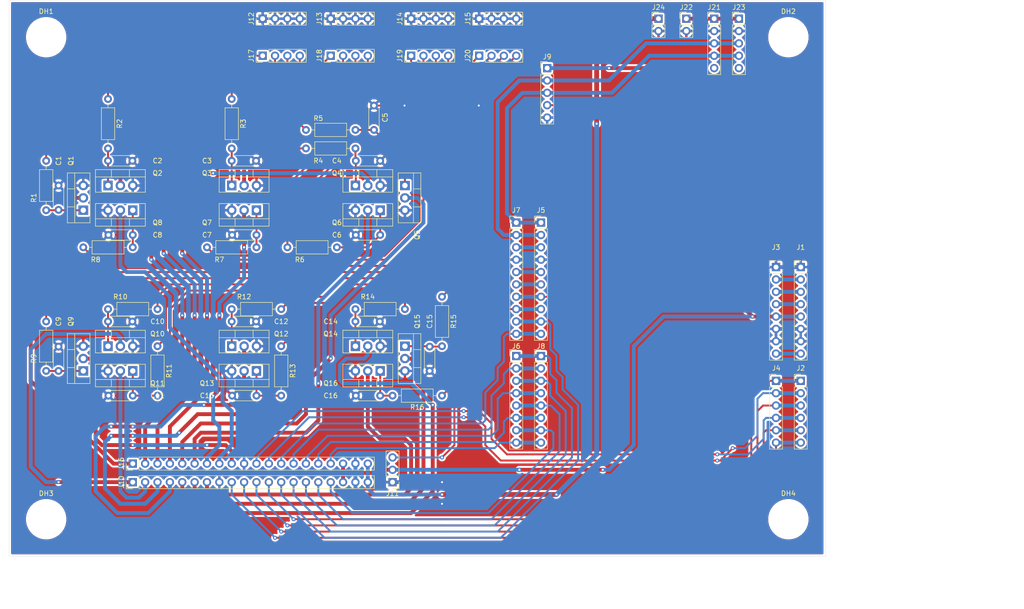
<source format=kicad_pcb>
(kicad_pcb (version 20171130) (host pcbnew "(5.1.6)-1")
  (layers (0 F.Cu signal) (31 B.Cu signal) (34 B.Paste user) (35 F.Paste user) (36 B.SilkS user) (37 F.SilkS user) (38 B.Mask user) (39 F.Mask user) (44 Edge.Cuts user))
  (net 0 "")
  (net 1 "Net-(C1-Pad1)")
  (net 2 GND)
  (net 3 "Net-(C2-Pad1)")
  (net 4 "Net-(C3-Pad1)")
  (net 5 "Net-(C4-Pad1)")
  (net 6 "Net-(C5-Pad1)")
  (net 7 "Net-(C6-Pad1)")
  (net 8 "Net-(C7-Pad1)")
  (net 9 "Net-(C8-Pad1)")
  (net 10 "Net-(C9-Pad1)")
  (net 11 "Net-(C10-Pad1)")
  (net 12 "Net-(C11-Pad1)")
  (net 13 "Net-(C12-Pad1)")
  (net 14 "Net-(C13-Pad1)")
  (net 15 "Net-(C14-Pad1)")
  (net 16 "Net-(C15-Pad1)")
  (net 17 "Net-(C16-Pad1)")
  (net 18 VIN)
  (net 19 5V+)
  (net 20 3V3+)
  (net 21 RESET)
  (net 22 IOREF)
  (net 23 A5)
  (net 24 A4)
  (net 25 A3)
  (net 26 A2)
  (net 27 A1)
  (net 28 A0)
  (net 29 DI8)
  (net 30 DI9)
  (net 31 DI10)
  (net 32 DI11)
  (net 33 DI12)
  (net 34 DI13)
  (net 35 AREF)
  (net 36 SDA1)
  (net 37 SCL1)
  (net 38 DI0)
  (net 39 DI1)
  (net 40 DI2)
  (net 41 DI3)
  (net 42 DI4)
  (net 43 DI5)
  (net 44 DI6)
  (net 45 DI7)
  (net 46 Vcc)
  (net 47 LED13)
  (net 48 LED12)
  (net 49 LED11)
  (net 50 LED03)
  (net 51 LED02)
  (net 52 LED01)
  (net 53 D01)
  (net 54 D02)
  (net 55 D03)
  (net 56 D11)
  (net 57 D13)
  (net 58 D12)
  (net 59 LED10)
  (net 60 LED14)
  (net 61 LED15)
  (net 62 LED16)
  (net 63 LED09)
  (net 64 LED08)
  (net 65 LED07)
  (net 66 LED06)
  (net 67 LED05)
  (net 68 LED04)
  (net 69 D04)
  (net 70 D08)
  (net 71 D07)
  (net 72 D06)
  (net 73 D05)
  (net 74 D10)
  (net 75 D09)
  (net 76 D14)
  (net 77 D15)
  (net 78 D16)
  (net 79 12V+)
  (net 80 "Net-(J21-Pad5)")
  (net 81 "Net-(J23-Pad5)")
  (module MountingHole:MountingHole_4.3mm_M4 (layer F.Cu) (at 251.46 154.94)
    (fp_text reference DH4 (at 0 -5.3) (layer F.SilkS))
    (fp_text value MountingHole_4.3mm_M4)
    (pad "" np_thru_hole circle (at 0 0) (size 4.3 4.3) (drill 4.3) (layers *.Cu *.Mask) (clearance 2))
  )
  (module MountingHole:MountingHole_4.3mm_M4 (layer F.Cu) (at 99.06 154.94)
    (fp_text reference DH3 (at 0 -5.3) (layer F.SilkS))
    (fp_text value MountingHole_4.3mm_M4)
    (pad "" np_thru_hole circle (at 0 0) (size 4.3 4.3) (drill 4.3) (layers *.Cu *.Mask) (clearance 2))
  )
  (module MountingHole:MountingHole_4.3mm_M4 (layer F.Cu) (at 99.06 55.88)
    (fp_text reference DH1 (at 0 -5.3) (layer F.SilkS))
    (fp_text value MountingHole_4.3mm_M4)
    (pad "" np_thru_hole circle (at 0 0) (size 4.3 4.3) (drill 4.3) (layers *.Cu *.Mask) (clearance 2))
  )
  (module MountingHole:MountingHole_4.3mm_M4 (layer F.Cu) (at 251.46 55.88)
    (fp_text reference DH2 (at 0 -5.3) (layer F.SilkS))
    (fp_text value MountingHole_4.3mm_M4)
    (pad "" np_thru_hole circle (at 0 0) (size 4.3 4.3) (drill 4.3) (layers *.Cu *.Mask) (clearance 2))
  )
  (module Package_TO_SOT_THT:TO-220-3_Vertical (layer F.Cu) (at 172.72 86.36 270)
    (fp_text reference Q5 (at 10.16 -2.54 90) (layer F.SilkS))
    (fp_text value TIP120)
    (pad 3 thru_hole oval (at 5.08 0 270) (size 1.905 2) (drill 1.1) (layers *.Cu *.Mask) (net 2 GND))
    (pad 2 thru_hole oval (at 2.54 0 270) (size 1.905 2) (drill 1.1) (layers *.Cu *.Mask) (net 67 LED05))
    (pad 1 thru_hole rect (at 0 0 270) (size 1.905 2) (drill 1.1) (layers *.Cu *.Mask) (net 6 "Net-(C5-Pad1)"))
  )
  (module Resistor_THT:R_Axial_DIN0207_L6.3mm_D2.5mm_P10.16mm_Horizontal (layer F.Cu) (at 152.4 78.74)
    (fp_text reference R4 (at 2.54 2.54) (layer F.SilkS))
    (fp_text value 3k3)
    (pad 2 thru_hole oval (at 10.16 0) (size 1.6 1.6) (drill 0.8) (layers *.Cu *.Mask) (net 5 "Net-(C4-Pad1)"))
    (pad 1 thru_hole circle (at 0 0) (size 1.6 1.6) (drill 0.8) (layers *.Cu *.Mask) (net 69 D04))
  )
  (module Resistor_THT:R_Axial_DIN0207_L6.3mm_D2.5mm_P10.16mm_Horizontal (layer F.Cu) (at 148.59 99.06)
    (fp_text reference R6 (at 2.54 2.54) (layer F.SilkS))
    (fp_text value 3k3)
    (pad 2 thru_hole oval (at 10.16 0) (size 1.6 1.6) (drill 0.8) (layers *.Cu *.Mask) (net 7 "Net-(C6-Pad1)"))
    (pad 1 thru_hole circle (at 0 0) (size 1.6 1.6) (drill 0.8) (layers *.Cu *.Mask) (net 72 D06))
  )
  (module Capacitor_THT:C_Disc_D4.3mm_W1.9mm_P5.00mm (layer F.Cu) (at 101.6 91.36 90)
    (fp_text reference C1 (at 10.08 0 90) (layer F.SilkS))
    (fp_text value 100n)
    (pad 1 thru_hole circle (at 0 0 90) (size 1.6 1.6) (drill 0.8) (layers *.Cu *.Mask) (net 1 "Net-(C1-Pad1)"))
    (pad 2 thru_hole circle (at 5 0 90) (size 1.6 1.6) (drill 0.8) (layers *.Cu *.Mask) (net 2 GND))
  )
  (module Capacitor_THT:C_Disc_D4.3mm_W1.9mm_P5.00mm (layer F.Cu) (at 111.76 81.28)
    (fp_text reference C2 (at 10.16 0) (layer F.SilkS))
    (fp_text value 100n)
    (pad 2 thru_hole circle (at 5 0) (size 1.6 1.6) (drill 0.8) (layers *.Cu *.Mask) (net 2 GND))
    (pad 1 thru_hole circle (at 0 0) (size 1.6 1.6) (drill 0.8) (layers *.Cu *.Mask) (net 3 "Net-(C2-Pad1)"))
  )
  (module Capacitor_THT:C_Disc_D4.3mm_W1.9mm_P5.00mm (layer F.Cu) (at 137.16 81.28)
    (fp_text reference C3 (at -5.08 0) (layer F.SilkS))
    (fp_text value 100n)
    (pad 2 thru_hole circle (at 5 0) (size 1.6 1.6) (drill 0.8) (layers *.Cu *.Mask) (net 2 GND))
    (pad 1 thru_hole circle (at 0 0) (size 1.6 1.6) (drill 0.8) (layers *.Cu *.Mask) (net 4 "Net-(C3-Pad1)"))
  )
  (module Capacitor_THT:C_Disc_D4.3mm_W1.9mm_P5.00mm (layer F.Cu) (at 162.64 81.28)
    (fp_text reference C4 (at -3.89 0) (layer F.SilkS))
    (fp_text value 100n)
    (pad 1 thru_hole circle (at 0 0) (size 1.6 1.6) (drill 0.8) (layers *.Cu *.Mask) (net 5 "Net-(C4-Pad1)"))
    (pad 2 thru_hole circle (at 5 0) (size 1.6 1.6) (drill 0.8) (layers *.Cu *.Mask) (net 2 GND))
  )
  (module Capacitor_THT:C_Disc_D4.3mm_W1.9mm_P5.00mm (layer F.Cu) (at 166.37 74.93 90)
    (fp_text reference C5 (at 2.54 2.286 90) (layer F.SilkS))
    (fp_text value 100n)
    (pad 1 thru_hole circle (at 0 0 90) (size 1.6 1.6) (drill 0.8) (layers *.Cu *.Mask) (net 6 "Net-(C5-Pad1)"))
    (pad 2 thru_hole circle (at 5 0 90) (size 1.6 1.6) (drill 0.8) (layers *.Cu *.Mask) (net 2 GND))
  )
  (module Capacitor_THT:C_Disc_D4.3mm_W1.9mm_P5.00mm (layer F.Cu) (at 167.64 96.52 180)
    (fp_text reference C6 (at 8.89 0) (layer F.SilkS))
    (fp_text value 100n)
    (pad 1 thru_hole circle (at 0 0 180) (size 1.6 1.6) (drill 0.8) (layers *.Cu *.Mask) (net 7 "Net-(C6-Pad1)"))
    (pad 2 thru_hole circle (at 5 0 180) (size 1.6 1.6) (drill 0.8) (layers *.Cu *.Mask) (net 2 GND))
  )
  (module Capacitor_THT:C_Disc_D4.3mm_W1.9mm_P5.00mm (layer F.Cu) (at 142.24 96.52 180)
    (fp_text reference C7 (at 10.16 0) (layer F.SilkS))
    (fp_text value 100n)
    (pad 2 thru_hole circle (at 5 0 180) (size 1.6 1.6) (drill 0.8) (layers *.Cu *.Mask) (net 2 GND))
    (pad 1 thru_hole circle (at 0 0 180) (size 1.6 1.6) (drill 0.8) (layers *.Cu *.Mask) (net 8 "Net-(C7-Pad1)"))
  )
  (module Capacitor_THT:C_Disc_D4.3mm_W1.9mm_P5.00mm (layer F.Cu) (at 116.84 96.52 180)
    (fp_text reference C8 (at -5.08 0) (layer F.SilkS))
    (fp_text value 100n)
    (pad 2 thru_hole circle (at 5 0 180) (size 1.6 1.6) (drill 0.8) (layers *.Cu *.Mask) (net 2 GND))
    (pad 1 thru_hole circle (at 0 0 180) (size 1.6 1.6) (drill 0.8) (layers *.Cu *.Mask) (net 9 "Net-(C8-Pad1)"))
  )
  (module Capacitor_THT:C_Disc_D4.3mm_W1.9mm_P5.00mm (layer F.Cu) (at 101.6 124.46 90)
    (fp_text reference C9 (at 10.16 0 90) (layer F.SilkS))
    (fp_text value 100n)
    (pad 2 thru_hole circle (at 5 0 90) (size 1.6 1.6) (drill 0.8) (layers *.Cu *.Mask) (net 2 GND))
    (pad 1 thru_hole circle (at 0 0 90) (size 1.6 1.6) (drill 0.8) (layers *.Cu *.Mask) (net 10 "Net-(C9-Pad1)"))
  )
  (module Capacitor_THT:C_Disc_D4.3mm_W1.9mm_P5.00mm (layer F.Cu) (at 111.76 114.3)
    (fp_text reference C10 (at 10.16 0) (layer F.SilkS))
    (fp_text value 100n)
    (pad 1 thru_hole circle (at 0 0) (size 1.6 1.6) (drill 0.8) (layers *.Cu *.Mask) (net 11 "Net-(C10-Pad1)"))
    (pad 2 thru_hole circle (at 5 0) (size 1.6 1.6) (drill 0.8) (layers *.Cu *.Mask) (net 2 GND))
  )
  (module Capacitor_THT:C_Disc_D4.3mm_W1.9mm_P5.00mm (layer F.Cu) (at 116.84 129.54 180)
    (fp_text reference C11 (at -5.08 0) (layer F.SilkS))
    (fp_text value 100n)
    (pad 1 thru_hole circle (at 0 0 180) (size 1.6 1.6) (drill 0.8) (layers *.Cu *.Mask) (net 12 "Net-(C11-Pad1)"))
    (pad 2 thru_hole circle (at 5 0 180) (size 1.6 1.6) (drill 0.8) (layers *.Cu *.Mask) (net 2 GND))
  )
  (module Capacitor_THT:C_Disc_D4.3mm_W1.9mm_P5.00mm (layer F.Cu) (at 137.16 114.3)
    (fp_text reference C12 (at 10.16 0) (layer F.SilkS))
    (fp_text value 100n)
    (pad 2 thru_hole circle (at 5 0) (size 1.6 1.6) (drill 0.8) (layers *.Cu *.Mask) (net 2 GND))
    (pad 1 thru_hole circle (at 0 0) (size 1.6 1.6) (drill 0.8) (layers *.Cu *.Mask) (net 13 "Net-(C12-Pad1)"))
  )
  (module Capacitor_THT:C_Disc_D4.3mm_W1.9mm_P5.00mm (layer F.Cu) (at 142.24 129.54 180)
    (fp_text reference C13 (at 10.16 0) (layer F.SilkS))
    (fp_text value 100n)
    (pad 2 thru_hole circle (at 5 0 180) (size 1.6 1.6) (drill 0.8) (layers *.Cu *.Mask) (net 2 GND))
    (pad 1 thru_hole circle (at 0 0 180) (size 1.6 1.6) (drill 0.8) (layers *.Cu *.Mask) (net 14 "Net-(C13-Pad1)"))
  )
  (module Capacitor_THT:C_Disc_D4.3mm_W1.9mm_P5.00mm (layer F.Cu) (at 162.56 114.3)
    (fp_text reference C14 (at -5.08 0) (layer F.SilkS))
    (fp_text value 100n)
    (pad 2 thru_hole circle (at 5 0) (size 1.6 1.6) (drill 0.8) (layers *.Cu *.Mask) (net 2 GND))
    (pad 1 thru_hole circle (at 0 0) (size 1.6 1.6) (drill 0.8) (layers *.Cu *.Mask) (net 15 "Net-(C14-Pad1)"))
  )
  (module Capacitor_THT:C_Disc_D4.3mm_W1.9mm_P5.00mm (layer F.Cu) (at 177.8 119.46 270)
    (fp_text reference C15 (at -5.16 0 90) (layer F.SilkS))
    (fp_text value 100n)
    (pad 1 thru_hole circle (at 0 0 270) (size 1.6 1.6) (drill 0.8) (layers *.Cu *.Mask) (net 16 "Net-(C15-Pad1)"))
    (pad 2 thru_hole circle (at 5 0 270) (size 1.6 1.6) (drill 0.8) (layers *.Cu *.Mask) (net 2 GND))
  )
  (module Capacitor_THT:C_Disc_D4.3mm_W1.9mm_P5.00mm (layer F.Cu) (at 167.64 129.54 180)
    (fp_text reference C16 (at 10.16 0) (layer F.SilkS))
    (fp_text value 100n)
    (pad 1 thru_hole circle (at 0 0 180) (size 1.6 1.6) (drill 0.8) (layers *.Cu *.Mask) (net 17 "Net-(C16-Pad1)"))
    (pad 2 thru_hole circle (at 5 0 180) (size 1.6 1.6) (drill 0.8) (layers *.Cu *.Mask) (net 2 GND))
  )
  (module Connector_PinHeader_2.54mm:PinHeader_1x08_P2.54mm_Vertical (layer F.Cu) (at 254 103.124)
    (fp_text reference J1 (at 0 -4.064) (layer F.SilkS))
    (fp_text value "Ard 04")
    (pad 8 thru_hole oval (at 0 17.78) (size 1.7 1.7) (drill 1) (layers *.Cu *.Mask) (net 18 VIN))
    (pad 7 thru_hole oval (at 0 15.24) (size 1.7 1.7) (drill 1) (layers *.Cu *.Mask) (net 2 GND))
    (pad 6 thru_hole oval (at 0 12.7) (size 1.7 1.7) (drill 1) (layers *.Cu *.Mask) (net 2 GND))
    (pad 5 thru_hole oval (at 0 10.16) (size 1.7 1.7) (drill 1) (layers *.Cu *.Mask) (net 46 Vcc))
    (pad 4 thru_hole oval (at 0 7.62) (size 1.7 1.7) (drill 1) (layers *.Cu *.Mask) (net 20 3V3+))
    (pad 3 thru_hole oval (at 0 5.08) (size 1.7 1.7) (drill 1) (layers *.Cu *.Mask) (net 21 RESET))
    (pad 2 thru_hole oval (at 0 2.54) (size 1.7 1.7) (drill 1) (layers *.Cu *.Mask) (net 22 IOREF))
    (pad 1 thru_hole rect (at 0 0) (size 1.7 1.7) (drill 1) (layers *.Cu *.Mask) (net 2 GND))
  )
  (module Connector_PinHeader_2.54mm:PinHeader_1x06_P2.54mm_Vertical (layer F.Cu) (at 254 126.492)
    (fp_text reference J2 (at 0 -2.6035) (layer F.SilkS))
    (fp_text value "Ard 03")
    (pad 6 thru_hole oval (at 0 12.7) (size 1.7 1.7) (drill 1) (layers *.Cu *.Mask) (net 23 A5))
    (pad 5 thru_hole oval (at 0 10.16) (size 1.7 1.7) (drill 1) (layers *.Cu *.Mask) (net 24 A4))
    (pad 4 thru_hole oval (at 0 7.62) (size 1.7 1.7) (drill 1) (layers *.Cu *.Mask) (net 25 A3))
    (pad 3 thru_hole oval (at 0 5.08) (size 1.7 1.7) (drill 1) (layers *.Cu *.Mask) (net 26 A2))
    (pad 2 thru_hole oval (at 0 2.54) (size 1.7 1.7) (drill 1) (layers *.Cu *.Mask) (net 27 A1))
    (pad 1 thru_hole rect (at 0 0) (size 1.7 1.7) (drill 1) (layers *.Cu *.Mask) (net 28 A0))
  )
  (module Connector_PinHeader_2.54mm:PinHeader_1x08_P2.54mm_Vertical (layer F.Cu) (at 248.92 103.124)
    (fp_text reference J3 (at 0 -4.064) (layer F.SilkS))
    (fp_text value Ard04_1)
    (pad 1 thru_hole rect (at 0 0) (size 1.7 1.7) (drill 1) (layers *.Cu *.Mask) (net 2 GND))
    (pad 2 thru_hole oval (at 0 2.54) (size 1.7 1.7) (drill 1) (layers *.Cu *.Mask) (net 22 IOREF))
    (pad 3 thru_hole oval (at 0 5.08) (size 1.7 1.7) (drill 1) (layers *.Cu *.Mask) (net 21 RESET))
    (pad 4 thru_hole oval (at 0 7.62) (size 1.7 1.7) (drill 1) (layers *.Cu *.Mask) (net 20 3V3+))
    (pad 5 thru_hole oval (at 0 10.16) (size 1.7 1.7) (drill 1) (layers *.Cu *.Mask) (net 46 Vcc))
    (pad 6 thru_hole oval (at 0 12.7) (size 1.7 1.7) (drill 1) (layers *.Cu *.Mask) (net 2 GND))
    (pad 7 thru_hole oval (at 0 15.24) (size 1.7 1.7) (drill 1) (layers *.Cu *.Mask) (net 2 GND))
    (pad 8 thru_hole oval (at 0 17.78) (size 1.7 1.7) (drill 1) (layers *.Cu *.Mask) (net 18 VIN))
  )
  (module Connector_PinHeader_2.54mm:PinHeader_1x06_P2.54mm_Vertical (layer F.Cu) (at 248.92 126.492)
    (fp_text reference J4 (at 0.0635 -2.6035) (layer F.SilkS))
    (fp_text value "Ard 03_1")
    (pad 1 thru_hole rect (at 0 0) (size 1.7 1.7) (drill 1) (layers *.Cu *.Mask) (net 28 A0))
    (pad 2 thru_hole oval (at 0 2.54) (size 1.7 1.7) (drill 1) (layers *.Cu *.Mask) (net 27 A1))
    (pad 3 thru_hole oval (at 0 5.08) (size 1.7 1.7) (drill 1) (layers *.Cu *.Mask) (net 26 A2))
    (pad 4 thru_hole oval (at 0 7.62) (size 1.7 1.7) (drill 1) (layers *.Cu *.Mask) (net 25 A3))
    (pad 5 thru_hole oval (at 0 10.16) (size 1.7 1.7) (drill 1) (layers *.Cu *.Mask) (net 24 A4))
    (pad 6 thru_hole oval (at 0 12.7) (size 1.7 1.7) (drill 1) (layers *.Cu *.Mask) (net 23 A5))
  )
  (module Connector_PinHeader_2.54mm:PinHeader_1x10_P2.54mm_Vertical (layer F.Cu) (at 200.66 93.98)
    (fp_text reference J5 (at 0 -2.54) (layer F.SilkS))
    (fp_text value "Ard 01")
    (pad 10 thru_hole oval (at 0 22.86) (size 1.7 1.7) (drill 1) (layers *.Cu *.Mask) (net 29 DI8))
    (pad 9 thru_hole oval (at 0 20.32) (size 1.7 1.7) (drill 1) (layers *.Cu *.Mask) (net 30 DI9))
    (pad 8 thru_hole oval (at 0 17.78) (size 1.7 1.7) (drill 1) (layers *.Cu *.Mask) (net 31 DI10))
    (pad 7 thru_hole oval (at 0 15.24) (size 1.7 1.7) (drill 1) (layers *.Cu *.Mask) (net 32 DI11))
    (pad 6 thru_hole oval (at 0 12.7) (size 1.7 1.7) (drill 1) (layers *.Cu *.Mask) (net 33 DI12))
    (pad 5 thru_hole oval (at 0 10.16) (size 1.7 1.7) (drill 1) (layers *.Cu *.Mask) (net 34 DI13))
    (pad 4 thru_hole oval (at 0 7.62) (size 1.7 1.7) (drill 1) (layers *.Cu *.Mask) (net 2 GND))
    (pad 3 thru_hole oval (at 0 5.08) (size 1.7 1.7) (drill 1) (layers *.Cu *.Mask) (net 35 AREF))
    (pad 2 thru_hole oval (at 0 2.54) (size 1.7 1.7) (drill 1) (layers *.Cu *.Mask) (net 36 SDA1))
    (pad 1 thru_hole rect (at 0 0) (size 1.7 1.7) (drill 1) (layers *.Cu *.Mask) (net 37 SCL1))
  )
  (module Connector_PinHeader_2.54mm:PinHeader_1x08_P2.54mm_Vertical (layer F.Cu) (at 195.58 121.412)
    (fp_text reference J6 (at 0 -2.032) (layer F.SilkS))
    (fp_text value "Ard 02")
    (pad 8 thru_hole oval (at 0 17.78) (size 1.7 1.7) (drill 1) (layers *.Cu *.Mask) (net 38 DI0))
    (pad 7 thru_hole oval (at 0 15.24) (size 1.7 1.7) (drill 1) (layers *.Cu *.Mask) (net 39 DI1))
    (pad 6 thru_hole oval (at 0 12.7) (size 1.7 1.7) (drill 1) (layers *.Cu *.Mask) (net 40 DI2))
    (pad 5 thru_hole oval (at 0 10.16) (size 1.7 1.7) (drill 1) (layers *.Cu *.Mask) (net 41 DI3))
    (pad 4 thru_hole oval (at 0 7.62) (size 1.7 1.7) (drill 1) (layers *.Cu *.Mask) (net 42 DI4))
    (pad 3 thru_hole oval (at 0 5.08) (size 1.7 1.7) (drill 1) (layers *.Cu *.Mask) (net 43 DI5))
    (pad 2 thru_hole oval (at 0 2.54) (size 1.7 1.7) (drill 1) (layers *.Cu *.Mask) (net 44 DI6))
    (pad 1 thru_hole rect (at 0 0) (size 1.7 1.7) (drill 1) (layers *.Cu *.Mask) (net 45 DI7))
  )
  (module Connector_PinHeader_2.54mm:PinHeader_1x10_P2.54mm_Vertical (layer F.Cu) (at 195.58 93.98)
    (fp_text reference J7 (at 0 -2.54) (layer F.SilkS))
    (fp_text value "Ard 01_1")
    (pad 1 thru_hole rect (at 0 0) (size 1.7 1.7) (drill 1) (layers *.Cu *.Mask) (net 37 SCL1))
    (pad 2 thru_hole oval (at 0 2.54) (size 1.7 1.7) (drill 1) (layers *.Cu *.Mask) (net 36 SDA1))
    (pad 3 thru_hole oval (at 0 5.08) (size 1.7 1.7) (drill 1) (layers *.Cu *.Mask) (net 35 AREF))
    (pad 4 thru_hole oval (at 0 7.62) (size 1.7 1.7) (drill 1) (layers *.Cu *.Mask) (net 2 GND))
    (pad 5 thru_hole oval (at 0 10.16) (size 1.7 1.7) (drill 1) (layers *.Cu *.Mask) (net 34 DI13))
    (pad 6 thru_hole oval (at 0 12.7) (size 1.7 1.7) (drill 1) (layers *.Cu *.Mask) (net 33 DI12))
    (pad 7 thru_hole oval (at 0 15.24) (size 1.7 1.7) (drill 1) (layers *.Cu *.Mask) (net 32 DI11))
    (pad 8 thru_hole oval (at 0 17.78) (size 1.7 1.7) (drill 1) (layers *.Cu *.Mask) (net 31 DI10))
    (pad 9 thru_hole oval (at 0 20.32) (size 1.7 1.7) (drill 1) (layers *.Cu *.Mask) (net 30 DI9))
    (pad 10 thru_hole oval (at 0 22.86) (size 1.7 1.7) (drill 1) (layers *.Cu *.Mask) (net 29 DI8))
  )
  (module Connector_PinHeader_2.54mm:PinHeader_1x08_P2.54mm_Vertical (layer F.Cu) (at 200.66 121.412)
    (fp_text reference J8 (at 0 -2.032) (layer F.SilkS))
    (fp_text value "Ard 02_1")
    (pad 1 thru_hole rect (at 0 0) (size 1.7 1.7) (drill 1) (layers *.Cu *.Mask) (net 45 DI7))
    (pad 2 thru_hole oval (at 0 2.54) (size 1.7 1.7) (drill 1) (layers *.Cu *.Mask) (net 44 DI6))
    (pad 3 thru_hole oval (at 0 5.08) (size 1.7 1.7) (drill 1) (layers *.Cu *.Mask) (net 43 DI5))
    (pad 4 thru_hole oval (at 0 7.62) (size 1.7 1.7) (drill 1) (layers *.Cu *.Mask) (net 42 DI4))
    (pad 5 thru_hole oval (at 0 10.16) (size 1.7 1.7) (drill 1) (layers *.Cu *.Mask) (net 41 DI3))
    (pad 6 thru_hole oval (at 0 12.7) (size 1.7 1.7) (drill 1) (layers *.Cu *.Mask) (net 40 DI2))
    (pad 7 thru_hole oval (at 0 15.24) (size 1.7 1.7) (drill 1) (layers *.Cu *.Mask) (net 39 DI1))
    (pad 8 thru_hole oval (at 0 17.78) (size 1.7 1.7) (drill 1) (layers *.Cu *.Mask) (net 38 DI0))
  )
  (module Connector_PinHeader_2.54mm:PinHeader_1x05_P2.54mm_Vertical (layer F.Cu) (at 201.93 62.23)
    (fp_text reference J9 (at 0 -2.33) (layer F.SilkS))
    (fp_text value Inputs_PCA9685A)
    (pad 1 thru_hole rect (at 0 0) (size 1.7 1.7) (drill 1) (layers *.Cu *.Mask) (net 46 Vcc))
    (pad 2 thru_hole oval (at 0 2.54) (size 1.7 1.7) (drill 1) (layers *.Cu *.Mask) (net 36 SDA1))
    (pad 3 thru_hole oval (at 0 5.08) (size 1.7 1.7) (drill 1) (layers *.Cu *.Mask) (net 37 SCL1))
    (pad 4 thru_hole oval (at 0 7.62) (size 1.7 1.7) (drill 1) (layers *.Cu *.Mask) (net 32 DI11))
    (pad 5 thru_hole oval (at 0 10.16) (size 1.7 1.7) (drill 1) (layers *.Cu *.Mask) (net 2 GND))
  )
  (module Connector_PinHeader_2.54mm:PinHeader_1x20_P2.54mm_Vertical (layer F.Cu) (at 116.84 147.32 90)
    (fp_text reference J10 (at 0 -2.33 90) (layer F.SilkS))
    (fp_text value "PINOUT conn 2")
    (pad 1 thru_hole rect (at 0 0 90) (size 1.7 1.7) (drill 1) (layers *.Cu *.Mask) (net 59 LED10))
    (pad 2 thru_hole oval (at 0 2.54 90) (size 1.7 1.7) (drill 1) (layers *.Cu *.Mask) (net 49 LED11))
    (pad 3 thru_hole oval (at 0 5.08 90) (size 1.7 1.7) (drill 1) (layers *.Cu *.Mask) (net 48 LED12))
    (pad 4 thru_hole oval (at 0 7.62 90) (size 1.7 1.7) (drill 1) (layers *.Cu *.Mask) (net 47 LED13))
    (pad 5 thru_hole oval (at 0 10.16 90) (size 1.7 1.7) (drill 1) (layers *.Cu *.Mask) (net 60 LED14))
    (pad 6 thru_hole oval (at 0 12.7 90) (size 1.7 1.7) (drill 1) (layers *.Cu *.Mask) (net 61 LED15))
    (pad 7 thru_hole oval (at 0 15.24 90) (size 1.7 1.7) (drill 1) (layers *.Cu *.Mask) (net 62 LED16))
    (pad 8 thru_hole oval (at 0 17.78 90) (size 1.7 1.7) (drill 1) (layers *.Cu *.Mask) (net 2 GND))
    (pad 9 thru_hole oval (at 0 20.32 90) (size 1.7 1.7) (drill 1) (layers *.Cu *.Mask) (net 23 A5))
    (pad 10 thru_hole oval (at 0 22.86 90) (size 1.7 1.7) (drill 1) (layers *.Cu *.Mask) (net 24 A4))
    (pad 11 thru_hole oval (at 0 25.4 90) (size 1.7 1.7) (drill 1) (layers *.Cu *.Mask) (net 26 A2))
    (pad 12 thru_hole oval (at 0 27.94 90) (size 1.7 1.7) (drill 1) (layers *.Cu *.Mask) (net 28 A0))
    (pad 13 thru_hole oval (at 0 30.48 90) (size 1.7 1.7) (drill 1) (layers *.Cu *.Mask) (net 30 DI9))
    (pad 14 thru_hole oval (at 0 33.02 90) (size 1.7 1.7) (drill 1) (layers *.Cu *.Mask) (net 45 DI7))
    (pad 15 thru_hole oval (at 0 35.56 90) (size 1.7 1.7) (drill 1) (layers *.Cu *.Mask) (net 43 DI5))
    (pad 16 thru_hole oval (at 0 38.1 90) (size 1.7 1.7) (drill 1) (layers *.Cu *.Mask) (net 41 DI3))
    (pad 17 thru_hole oval (at 0 40.64 90) (size 1.7 1.7) (drill 1) (layers *.Cu *.Mask) (net 39 DI1))
    (pad 18 thru_hole oval (at 0 43.18 90) (size 1.7 1.7) (drill 1) (layers *.Cu *.Mask) (net 46 Vcc))
    (pad 19 thru_hole oval (at 0 45.72 90) (size 1.7 1.7) (drill 1) (layers *.Cu *.Mask) (net 2 GND))
    (pad 20 thru_hole oval (at 0 48.26 90) (size 1.7 1.7) (drill 1) (layers *.Cu *.Mask) (net 19 5V+))
  )
  (module Connector_PinHeader_2.54mm:PinHeader_1x03_P2.54mm_Vertical (layer F.Cu) (at 170.18 147.32 180)
    (fp_text reference J11 (at 0 -2.33) (layer F.SilkS))
    (fp_text value "PINOUT IR")
    (pad 1 thru_hole rect (at 0 0 180) (size 1.7 1.7) (drill 1) (layers *.Cu *.Mask) (net 2 GND))
    (pad 2 thru_hole oval (at 0 2.54 180) (size 1.7 1.7) (drill 1) (layers *.Cu *.Mask) (net 46 Vcc))
    (pad 3 thru_hole oval (at 0 5.08 180) (size 1.7 1.7) (drill 1) (layers *.Cu *.Mask) (net 31 DI10))
  )
  (module Connector_PinHeader_2.54mm:PinHeader_1x04_P2.54mm_Vertical (layer F.Cu) (at 143.51 52.07 90)
    (fp_text reference J12 (at 0 -2.33 90) (layer F.SilkS))
    (fp_text value GNDpair1)
    (pad 4 thru_hole oval (at 0 7.62 90) (size 1.7 1.7) (drill 1) (layers *.Cu *.Mask) (net 2 GND))
    (pad 3 thru_hole oval (at 0 5.08 90) (size 1.7 1.7) (drill 1) (layers *.Cu *.Mask) (net 2 GND))
    (pad 2 thru_hole oval (at 0 2.54 90) (size 1.7 1.7) (drill 1) (layers *.Cu *.Mask) (net 2 GND))
    (pad 1 thru_hole rect (at 0 0 90) (size 1.7 1.7) (drill 1) (layers *.Cu *.Mask) (net 2 GND))
  )
  (module Connector_PinHeader_2.54mm:PinHeader_1x04_P2.54mm_Vertical (layer F.Cu) (at 157.48 52.07 90)
    (fp_text reference J13 (at 0 -2.33 90) (layer F.SilkS))
    (fp_text value GNDpair2)
    (pad 1 thru_hole rect (at 0 0 90) (size 1.7 1.7) (drill 1) (layers *.Cu *.Mask) (net 2 GND))
    (pad 2 thru_hole oval (at 0 2.54 90) (size 1.7 1.7) (drill 1) (layers *.Cu *.Mask) (net 2 GND))
    (pad 3 thru_hole oval (at 0 5.08 90) (size 1.7 1.7) (drill 1) (layers *.Cu *.Mask) (net 2 GND))
    (pad 4 thru_hole oval (at 0 7.62 90) (size 1.7 1.7) (drill 1) (layers *.Cu *.Mask) (net 2 GND))
  )
  (module Connector_PinHeader_2.54mm:PinHeader_1x04_P2.54mm_Vertical (layer F.Cu) (at 173.99 52.07 90)
    (fp_text reference J14 (at 0 -2.33 90) (layer F.SilkS))
    (fp_text value GNDpair1)
    (pad 4 thru_hole oval (at 0 7.62 90) (size 1.7 1.7) (drill 1) (layers *.Cu *.Mask) (net 2 GND))
    (pad 3 thru_hole oval (at 0 5.08 90) (size 1.7 1.7) (drill 1) (layers *.Cu *.Mask) (net 2 GND))
    (pad 2 thru_hole oval (at 0 2.54 90) (size 1.7 1.7) (drill 1) (layers *.Cu *.Mask) (net 2 GND))
    (pad 1 thru_hole rect (at 0 0 90) (size 1.7 1.7) (drill 1) (layers *.Cu *.Mask) (net 2 GND))
  )
  (module Connector_PinHeader_2.54mm:PinHeader_1x04_P2.54mm_Vertical (layer F.Cu) (at 187.96 52.07 90)
    (fp_text reference J15 (at 0 -2.33 90) (layer F.SilkS))
    (fp_text value GNDpair1)
    (pad 1 thru_hole rect (at 0 0 90) (size 1.7 1.7) (drill 1) (layers *.Cu *.Mask) (net 2 GND))
    (pad 2 thru_hole oval (at 0 2.54 90) (size 1.7 1.7) (drill 1) (layers *.Cu *.Mask) (net 2 GND))
    (pad 3 thru_hole oval (at 0 5.08 90) (size 1.7 1.7) (drill 1) (layers *.Cu *.Mask) (net 2 GND))
    (pad 4 thru_hole oval (at 0 7.62 90) (size 1.7 1.7) (drill 1) (layers *.Cu *.Mask) (net 2 GND))
  )
  (module Connector_PinHeader_2.54mm:PinHeader_1x20_P2.54mm_Vertical (layer F.Cu) (at 116.84 143.51 90)
    (fp_text reference J16 (at 0 -2.33 90) (layer F.SilkS))
    (fp_text value "PINOUT conn 1")
    (pad 20 thru_hole oval (at 0 48.26 90) (size 1.7 1.7) (drill 1) (layers *.Cu *.Mask) (net 19 5V+))
    (pad 19 thru_hole oval (at 0 45.72 90) (size 1.7 1.7) (drill 1) (layers *.Cu *.Mask) (net 2 GND))
    (pad 18 thru_hole oval (at 0 43.18 90) (size 1.7 1.7) (drill 1) (layers *.Cu *.Mask) (net 46 Vcc))
    (pad 17 thru_hole oval (at 0 40.64 90) (size 1.7 1.7) (drill 1) (layers *.Cu *.Mask) (net 38 DI0))
    (pad 16 thru_hole oval (at 0 38.1 90) (size 1.7 1.7) (drill 1) (layers *.Cu *.Mask) (net 40 DI2))
    (pad 15 thru_hole oval (at 0 35.56 90) (size 1.7 1.7) (drill 1) (layers *.Cu *.Mask) (net 42 DI4))
    (pad 14 thru_hole oval (at 0 33.02 90) (size 1.7 1.7) (drill 1) (layers *.Cu *.Mask) (net 44 DI6))
    (pad 13 thru_hole oval (at 0 30.48 90) (size 1.7 1.7) (drill 1) (layers *.Cu *.Mask) (net 29 DI8))
    (pad 12 thru_hole oval (at 0 27.94 90) (size 1.7 1.7) (drill 1) (layers *.Cu *.Mask) (net 27 A1))
    (pad 11 thru_hole oval (at 0 25.4 90) (size 1.7 1.7) (drill 1) (layers *.Cu *.Mask) (net 25 A3))
    (pad 10 thru_hole oval (at 0 22.86 90) (size 1.7 1.7) (drill 1) (layers *.Cu *.Mask) (net 2 GND))
    (pad 9 thru_hole oval (at 0 20.32 90) (size 1.7 1.7) (drill 1) (layers *.Cu *.Mask) (net 63 LED09))
    (pad 8 thru_hole oval (at 0 17.78 90) (size 1.7 1.7) (drill 1) (layers *.Cu *.Mask) (net 64 LED08))
    (pad 7 thru_hole oval (at 0 15.24 90) (size 1.7 1.7) (drill 1) (layers *.Cu *.Mask) (net 65 LED07))
    (pad 6 thru_hole oval (at 0 12.7 90) (size 1.7 1.7) (drill 1) (layers *.Cu *.Mask) (net 66 LED06))
    (pad 5 thru_hole oval (at 0 10.16 90) (size 1.7 1.7) (drill 1) (layers *.Cu *.Mask) (net 67 LED05))
    (pad 4 thru_hole oval (at 0 7.62 90) (size 1.7 1.7) (drill 1) (layers *.Cu *.Mask) (net 68 LED04))
    (pad 3 thru_hole oval (at 0 5.08 90) (size 1.7 1.7) (drill 1) (layers *.Cu *.Mask) (net 50 LED03))
    (pad 2 thru_hole oval (at 0 2.54 90) (size 1.7 1.7) (drill 1) (layers *.Cu *.Mask) (net 51 LED02))
    (pad 1 thru_hole rect (at 0 0 90) (size 1.7 1.7) (drill 1) (layers *.Cu *.Mask) (net 52 LED01))
  )
  (module Connector_PinHeader_2.54mm:PinHeader_1x04_P2.54mm_Vertical (layer F.Cu) (at 143.51 59.69 90)
    (fp_text reference J17 (at 0 -2.33 90) (layer F.SilkS))
    (fp_text value PWMpair1)
    (pad 1 thru_hole rect (at 0 0 90) (size 1.7 1.7) (drill 1) (layers *.Cu *.Mask) (net 53 D01))
    (pad 2 thru_hole oval (at 0 2.54 90) (size 1.7 1.7) (drill 1) (layers *.Cu *.Mask) (net 54 D02))
    (pad 3 thru_hole oval (at 0 5.08 90) (size 1.7 1.7) (drill 1) (layers *.Cu *.Mask) (net 55 D03))
    (pad 4 thru_hole oval (at 0 7.62 90) (size 1.7 1.7) (drill 1) (layers *.Cu *.Mask) (net 69 D04))
  )
  (module Connector_PinHeader_2.54mm:PinHeader_1x04_P2.54mm_Vertical (layer F.Cu) (at 157.48 59.69 90)
    (fp_text reference J18 (at 0 -2.33 90) (layer F.SilkS))
    (fp_text value PWMpair2)
    (pad 4 thru_hole oval (at 0 7.62 90) (size 1.7 1.7) (drill 1) (layers *.Cu *.Mask) (net 70 D08))
    (pad 3 thru_hole oval (at 0 5.08 90) (size 1.7 1.7) (drill 1) (layers *.Cu *.Mask) (net 71 D07))
    (pad 2 thru_hole oval (at 0 2.54 90) (size 1.7 1.7) (drill 1) (layers *.Cu *.Mask) (net 72 D06))
    (pad 1 thru_hole rect (at 0 0 90) (size 1.7 1.7) (drill 1) (layers *.Cu *.Mask) (net 73 D05))
  )
  (module Connector_PinHeader_2.54mm:PinHeader_1x04_P2.54mm_Vertical (layer F.Cu) (at 173.99 59.69 90)
    (fp_text reference J19 (at 0 -2.33 90) (layer F.SilkS))
    (fp_text value PWMpair3)
    (pad 4 thru_hole oval (at 0 7.62 90) (size 1.7 1.7) (drill 1) (layers *.Cu *.Mask) (net 58 D12))
    (pad 3 thru_hole oval (at 0 5.08 90) (size 1.7 1.7) (drill 1) (layers *.Cu *.Mask) (net 56 D11))
    (pad 2 thru_hole oval (at 0 2.54 90) (size 1.7 1.7) (drill 1) (layers *.Cu *.Mask) (net 74 D10))
    (pad 1 thru_hole rect (at 0 0 90) (size 1.7 1.7) (drill 1) (layers *.Cu *.Mask) (net 75 D09))
  )
  (module Connector_PinHeader_2.54mm:PinHeader_1x04_P2.54mm_Vertical (layer F.Cu) (at 187.96 59.69 90)
    (fp_text reference J20 (at 0 -2.33 90) (layer F.SilkS))
    (fp_text value PWMpair4)
    (pad 1 thru_hole rect (at 0 0 90) (size 1.7 1.7) (drill 1) (layers *.Cu *.Mask) (net 57 D13))
    (pad 2 thru_hole oval (at 0 2.54 90) (size 1.7 1.7) (drill 1) (layers *.Cu *.Mask) (net 76 D14))
    (pad 3 thru_hole oval (at 0 5.08 90) (size 1.7 1.7) (drill 1) (layers *.Cu *.Mask) (net 77 D15))
    (pad 4 thru_hole oval (at 0 7.62 90) (size 1.7 1.7) (drill 1) (layers *.Cu *.Mask) (net 78 D16))
  )
  (module Package_TO_SOT_THT:TO-220-3_Vertical (layer F.Cu) (at 106.68 91.44 90)
    (fp_text reference Q1 (at 10.16 -2.54 90) (layer F.SilkS))
    (fp_text value TIP120)
    (pad 1 thru_hole rect (at 0 0 90) (size 1.905 2) (drill 1.1) (layers *.Cu *.Mask) (net 1 "Net-(C1-Pad1)"))
    (pad 2 thru_hole oval (at 2.54 0 90) (size 1.905 2) (drill 1.1) (layers *.Cu *.Mask) (net 52 LED01))
    (pad 3 thru_hole oval (at 5.08 0 90) (size 1.905 2) (drill 1.1) (layers *.Cu *.Mask) (net 2 GND))
  )
  (module Package_TO_SOT_THT:TO-220-3_Vertical (layer F.Cu) (at 111.76 86.36)
    (fp_text reference Q2 (at 10.16 -2.54) (layer F.SilkS))
    (fp_text value TIP120)
    (pad 1 thru_hole rect (at 0 0) (size 1.905 2) (drill 1.1) (layers *.Cu *.Mask) (net 3 "Net-(C2-Pad1)"))
    (pad 2 thru_hole oval (at 2.54 0) (size 1.905 2) (drill 1.1) (layers *.Cu *.Mask) (net 51 LED02))
    (pad 3 thru_hole oval (at 5.08 0) (size 1.905 2) (drill 1.1) (layers *.Cu *.Mask) (net 2 GND))
  )
  (module Package_TO_SOT_THT:TO-220-3_Vertical (layer F.Cu) (at 137.16 86.36)
    (fp_text reference Q3 (at -5.08 -2.54) (layer F.SilkS))
    (fp_text value TIP120)
    (pad 3 thru_hole oval (at 5.08 0) (size 1.905 2) (drill 1.1) (layers *.Cu *.Mask) (net 2 GND))
    (pad 2 thru_hole oval (at 2.54 0) (size 1.905 2) (drill 1.1) (layers *.Cu *.Mask) (net 50 LED03))
    (pad 1 thru_hole rect (at 0 0) (size 1.905 2) (drill 1.1) (layers *.Cu *.Mask) (net 4 "Net-(C3-Pad1)"))
  )
  (module Package_TO_SOT_THT:TO-220-3_Vertical (layer F.Cu) (at 162.56 86.36)
    (fp_text reference Q4 (at -3.81 -2.54) (layer F.SilkS))
    (fp_text value TIP120)
    (pad 3 thru_hole oval (at 5.08 0) (size 1.905 2) (drill 1.1) (layers *.Cu *.Mask) (net 2 GND))
    (pad 2 thru_hole oval (at 2.54 0) (size 1.905 2) (drill 1.1) (layers *.Cu *.Mask) (net 68 LED04))
    (pad 1 thru_hole rect (at 0 0) (size 1.905 2) (drill 1.1) (layers *.Cu *.Mask) (net 5 "Net-(C4-Pad1)"))
  )
  (module Package_TO_SOT_THT:TO-220-3_Vertical (layer F.Cu) (at 167.64 91.44 180)
    (fp_text reference Q6 (at 8.89 -2.54) (layer F.SilkS))
    (fp_text value TIP120)
    (pad 1 thru_hole rect (at 0 0 180) (size 1.905 2) (drill 1.1) (layers *.Cu *.Mask) (net 7 "Net-(C6-Pad1)"))
    (pad 2 thru_hole oval (at 2.54 0 180) (size 1.905 2) (drill 1.1) (layers *.Cu *.Mask) (net 66 LED06))
    (pad 3 thru_hole oval (at 5.08 0 180) (size 1.905 2) (drill 1.1) (layers *.Cu *.Mask) (net 2 GND))
  )
  (module Package_TO_SOT_THT:TO-220-3_Vertical (layer F.Cu) (at 142.24 91.44 180)
    (fp_text reference Q7 (at 10.16 -2.54) (layer F.SilkS))
    (fp_text value TIP120)
    (pad 1 thru_hole rect (at 0 0 180) (size 1.905 2) (drill 1.1) (layers *.Cu *.Mask) (net 8 "Net-(C7-Pad1)"))
    (pad 2 thru_hole oval (at 2.54 0 180) (size 1.905 2) (drill 1.1) (layers *.Cu *.Mask) (net 65 LED07))
    (pad 3 thru_hole oval (at 5.08 0 180) (size 1.905 2) (drill 1.1) (layers *.Cu *.Mask) (net 2 GND))
  )
  (module Package_TO_SOT_THT:TO-220-3_Vertical (layer F.Cu) (at 116.84 91.44 180)
    (fp_text reference Q8 (at -5.08 -2.54) (layer F.SilkS))
    (fp_text value TIP120)
    (pad 3 thru_hole oval (at 5.08 0 180) (size 1.905 2) (drill 1.1) (layers *.Cu *.Mask) (net 2 GND))
    (pad 2 thru_hole oval (at 2.54 0 180) (size 1.905 2) (drill 1.1) (layers *.Cu *.Mask) (net 64 LED08))
    (pad 1 thru_hole rect (at 0 0 180) (size 1.905 2) (drill 1.1) (layers *.Cu *.Mask) (net 9 "Net-(C8-Pad1)"))
  )
  (module Package_TO_SOT_THT:TO-220-3_Vertical (layer F.Cu) (at 106.68 124.46 90)
    (fp_text reference Q9 (at 10.16 -2.54 90) (layer F.SilkS))
    (fp_text value TIP120)
    (pad 3 thru_hole oval (at 5.08 0 90) (size 1.905 2) (drill 1.1) (layers *.Cu *.Mask) (net 2 GND))
    (pad 2 thru_hole oval (at 2.54 0 90) (size 1.905 2) (drill 1.1) (layers *.Cu *.Mask) (net 63 LED09))
    (pad 1 thru_hole rect (at 0 0 90) (size 1.905 2) (drill 1.1) (layers *.Cu *.Mask) (net 10 "Net-(C9-Pad1)"))
  )
  (module Package_TO_SOT_THT:TO-220-3_Vertical (layer F.Cu) (at 111.76 119.38)
    (fp_text reference Q10 (at 10.16 -2.54) (layer F.SilkS))
    (fp_text value TIP120)
    (pad 3 thru_hole oval (at 5.08 0) (size 1.905 2) (drill 1.1) (layers *.Cu *.Mask) (net 2 GND))
    (pad 2 thru_hole oval (at 2.54 0) (size 1.905 2) (drill 1.1) (layers *.Cu *.Mask) (net 59 LED10))
    (pad 1 thru_hole rect (at 0 0) (size 1.905 2) (drill 1.1) (layers *.Cu *.Mask) (net 11 "Net-(C10-Pad1)"))
  )
  (module Package_TO_SOT_THT:TO-220-3_Vertical (layer F.Cu) (at 116.84 124.46 180)
    (fp_text reference Q11 (at -5.08 -2.54) (layer F.SilkS))
    (fp_text value TIP120)
    (pad 1 thru_hole rect (at 0 0 180) (size 1.905 2) (drill 1.1) (layers *.Cu *.Mask) (net 12 "Net-(C11-Pad1)"))
    (pad 2 thru_hole oval (at 2.54 0 180) (size 1.905 2) (drill 1.1) (layers *.Cu *.Mask) (net 49 LED11))
    (pad 3 thru_hole oval (at 5.08 0 180) (size 1.905 2) (drill 1.1) (layers *.Cu *.Mask) (net 2 GND))
  )
  (module Package_TO_SOT_THT:TO-220-3_Vertical (layer F.Cu) (at 137.16 119.38)
    (fp_text reference Q12 (at 10.16 -2.54) (layer F.SilkS))
    (fp_text value TIP120)
    (pad 3 thru_hole oval (at 5.08 0) (size 1.905 2) (drill 1.1) (layers *.Cu *.Mask) (net 2 GND))
    (pad 2 thru_hole oval (at 2.54 0) (size 1.905 2) (drill 1.1) (layers *.Cu *.Mask) (net 48 LED12))
    (pad 1 thru_hole rect (at 0 0) (size 1.905 2) (drill 1.1) (layers *.Cu *.Mask) (net 13 "Net-(C12-Pad1)"))
  )
  (module Package_TO_SOT_THT:TO-220-3_Vertical (layer F.Cu) (at 142.24 124.46 180)
    (fp_text reference Q13 (at 10.16 -2.54) (layer F.SilkS))
    (fp_text value TIP120)
    (pad 1 thru_hole rect (at 0 0 180) (size 1.905 2) (drill 1.1) (layers *.Cu *.Mask) (net 14 "Net-(C13-Pad1)"))
    (pad 2 thru_hole oval (at 2.54 0 180) (size 1.905 2) (drill 1.1) (layers *.Cu *.Mask) (net 47 LED13))
    (pad 3 thru_hole oval (at 5.08 0 180) (size 1.905 2) (drill 1.1) (layers *.Cu *.Mask) (net 2 GND))
  )
  (module Package_TO_SOT_THT:TO-220-3_Vertical (layer F.Cu) (at 162.56 119.38)
    (fp_text reference Q14 (at -5.08 -2.54) (layer F.SilkS))
    (fp_text value TIP120)
    (pad 1 thru_hole rect (at 0 0) (size 1.905 2) (drill 1.1) (layers *.Cu *.Mask) (net 15 "Net-(C14-Pad1)"))
    (pad 2 thru_hole oval (at 2.54 0) (size 1.905 2) (drill 1.1) (layers *.Cu *.Mask) (net 60 LED14))
    (pad 3 thru_hole oval (at 5.08 0) (size 1.905 2) (drill 1.1) (layers *.Cu *.Mask) (net 2 GND))
  )
  (module Package_TO_SOT_THT:TO-220-3_Vertical (layer F.Cu) (at 172.72 119.38 270)
    (fp_text reference Q15 (at -5.08 -2.54 90) (layer F.SilkS))
    (fp_text value TIP120)
    (pad 1 thru_hole rect (at 0 0 270) (size 1.905 2) (drill 1.1) (layers *.Cu *.Mask) (net 16 "Net-(C15-Pad1)"))
    (pad 2 thru_hole oval (at 2.54 0 270) (size 1.905 2) (drill 1.1) (layers *.Cu *.Mask) (net 61 LED15))
    (pad 3 thru_hole oval (at 5.08 0 270) (size 1.905 2) (drill 1.1) (layers *.Cu *.Mask) (net 2 GND))
  )
  (module Package_TO_SOT_THT:TO-220-3_Vertical (layer F.Cu) (at 167.64 124.46 180)
    (fp_text reference Q16 (at 10.16 -2.54) (layer F.SilkS))
    (fp_text value TIP120)
    (pad 3 thru_hole oval (at 5.08 0 180) (size 1.905 2) (drill 1.1) (layers *.Cu *.Mask) (net 2 GND))
    (pad 2 thru_hole oval (at 2.54 0 180) (size 1.905 2) (drill 1.1) (layers *.Cu *.Mask) (net 62 LED16))
    (pad 1 thru_hole rect (at 0 0 180) (size 1.905 2) (drill 1.1) (layers *.Cu *.Mask) (net 17 "Net-(C16-Pad1)"))
  )
  (module Resistor_THT:R_Axial_DIN0207_L6.3mm_D2.5mm_P10.16mm_Horizontal (layer F.Cu) (at 99.06 81.28 270)
    (fp_text reference R1 (at 7.62 2.54 90) (layer F.SilkS))
    (fp_text value 3k3)
    (pad 1 thru_hole circle (at 0 0 270) (size 1.6 1.6) (drill 0.8) (layers *.Cu *.Mask) (net 53 D01))
    (pad 2 thru_hole oval (at 10.16 0 270) (size 1.6 1.6) (drill 0.8) (layers *.Cu *.Mask) (net 1 "Net-(C1-Pad1)"))
  )
  (module Resistor_THT:R_Axial_DIN0207_L6.3mm_D2.5mm_P10.16mm_Horizontal (layer F.Cu) (at 111.76 68.58 270)
    (fp_text reference R2 (at 5.08 -2.37 90) (layer F.SilkS))
    (fp_text value 3k3)
    (pad 2 thru_hole oval (at 10.16 0 270) (size 1.6 1.6) (drill 0.8) (layers *.Cu *.Mask) (net 3 "Net-(C2-Pad1)"))
    (pad 1 thru_hole circle (at 0 0 270) (size 1.6 1.6) (drill 0.8) (layers *.Cu *.Mask) (net 54 D02))
  )
  (module Resistor_THT:R_Axial_DIN0207_L6.3mm_D2.5mm_P10.16mm_Horizontal (layer F.Cu) (at 137.16 68.58 270)
    (fp_text reference R3 (at 5.08 -2.37 90) (layer F.SilkS))
    (fp_text value 3k3)
    (pad 1 thru_hole circle (at 0 0 270) (size 1.6 1.6) (drill 0.8) (layers *.Cu *.Mask) (net 55 D03))
    (pad 2 thru_hole oval (at 10.16 0 270) (size 1.6 1.6) (drill 0.8) (layers *.Cu *.Mask) (net 4 "Net-(C3-Pad1)"))
  )
  (module Resistor_THT:R_Axial_DIN0207_L6.3mm_D2.5mm_P10.16mm_Horizontal (layer F.Cu) (at 152.4 74.93)
    (fp_text reference R5 (at 2.54 -2.37) (layer F.SilkS))
    (fp_text value 3k3)
    (pad 1 thru_hole circle (at 0 0) (size 1.6 1.6) (drill 0.8) (layers *.Cu *.Mask) (net 73 D05))
    (pad 2 thru_hole oval (at 10.16 0) (size 1.6 1.6) (drill 0.8) (layers *.Cu *.Mask) (net 6 "Net-(C5-Pad1)"))
  )
  (module Resistor_THT:R_Axial_DIN0207_L6.3mm_D2.5mm_P10.16mm_Horizontal (layer F.Cu) (at 132.08 99.06)
    (fp_text reference R7 (at 2.54 2.54) (layer F.SilkS))
    (fp_text value 3k3)
    (pad 1 thru_hole circle (at 0 0) (size 1.6 1.6) (drill 0.8) (layers *.Cu *.Mask) (net 71 D07))
    (pad 2 thru_hole oval (at 10.16 0) (size 1.6 1.6) (drill 0.8) (layers *.Cu *.Mask) (net 8 "Net-(C7-Pad1)"))
  )
  (module Resistor_THT:R_Axial_DIN0207_L6.3mm_D2.5mm_P10.16mm_Horizontal (layer F.Cu) (at 106.68 99.06)
    (fp_text reference R8 (at 2.54 2.54) (layer F.SilkS))
    (fp_text value 3k3)
    (pad 2 thru_hole oval (at 10.16 0) (size 1.6 1.6) (drill 0.8) (layers *.Cu *.Mask) (net 9 "Net-(C8-Pad1)"))
    (pad 1 thru_hole circle (at 0 0) (size 1.6 1.6) (drill 0.8) (layers *.Cu *.Mask) (net 70 D08))
  )
  (module Resistor_THT:R_Axial_DIN0207_L6.3mm_D2.5mm_P10.16mm_Horizontal (layer F.Cu) (at 99.06 114.3 270)
    (fp_text reference R9 (at 7.62 2.54 90) (layer F.SilkS))
    (fp_text value 3k3)
    (pad 2 thru_hole oval (at 10.16 0 270) (size 1.6 1.6) (drill 0.8) (layers *.Cu *.Mask) (net 10 "Net-(C9-Pad1)"))
    (pad 1 thru_hole circle (at 0 0 270) (size 1.6 1.6) (drill 0.8) (layers *.Cu *.Mask) (net 75 D09))
  )
  (module Resistor_THT:R_Axial_DIN0207_L6.3mm_D2.5mm_P10.16mm_Horizontal (layer F.Cu) (at 121.92 111.76 180)
    (fp_text reference R10 (at 7.62 2.54) (layer F.SilkS))
    (fp_text value 3k3)
    (pad 2 thru_hole oval (at 10.16 0 180) (size 1.6 1.6) (drill 0.8) (layers *.Cu *.Mask) (net 11 "Net-(C10-Pad1)"))
    (pad 1 thru_hole circle (at 0 0 180) (size 1.6 1.6) (drill 0.8) (layers *.Cu *.Mask) (net 74 D10))
  )
  (module Resistor_THT:R_Axial_DIN0207_L6.3mm_D2.5mm_P10.16mm_Horizontal (layer F.Cu) (at 121.92 119.38 270)
    (fp_text reference R11 (at 5.08 -2.37 90) (layer F.SilkS))
    (fp_text value 3k3)
    (pad 1 thru_hole circle (at 0 0 270) (size 1.6 1.6) (drill 0.8) (layers *.Cu *.Mask) (net 56 D11))
    (pad 2 thru_hole oval (at 10.16 0 270) (size 1.6 1.6) (drill 0.8) (layers *.Cu *.Mask) (net 12 "Net-(C11-Pad1)"))
  )
  (module Resistor_THT:R_Axial_DIN0207_L6.3mm_D2.5mm_P10.16mm_Horizontal (layer F.Cu) (at 147.32 111.76 180)
    (fp_text reference R12 (at 7.62 2.54) (layer F.SilkS))
    (fp_text value 3k3)
    (pad 2 thru_hole oval (at 10.16 0 180) (size 1.6 1.6) (drill 0.8) (layers *.Cu *.Mask) (net 13 "Net-(C12-Pad1)"))
    (pad 1 thru_hole circle (at 0 0 180) (size 1.6 1.6) (drill 0.8) (layers *.Cu *.Mask) (net 58 D12))
  )
  (module Resistor_THT:R_Axial_DIN0207_L6.3mm_D2.5mm_P10.16mm_Horizontal (layer F.Cu) (at 147.32 119.38 270)
    (fp_text reference R13 (at 5.08 -2.37 90) (layer F.SilkS))
    (fp_text value 3k3)
    (pad 1 thru_hole circle (at 0 0 270) (size 1.6 1.6) (drill 0.8) (layers *.Cu *.Mask) (net 57 D13))
    (pad 2 thru_hole oval (at 10.16 0 270) (size 1.6 1.6) (drill 0.8) (layers *.Cu *.Mask) (net 14 "Net-(C13-Pad1)"))
  )
  (module Resistor_THT:R_Axial_DIN0207_L6.3mm_D2.5mm_P10.16mm_Horizontal (layer F.Cu) (at 172.72 111.76 180)
    (fp_text reference R14 (at 7.62 2.54) (layer F.SilkS))
    (fp_text value 3k3)
    (pad 1 thru_hole circle (at 0 0 180) (size 1.6 1.6) (drill 0.8) (layers *.Cu *.Mask) (net 76 D14))
    (pad 2 thru_hole oval (at 10.16 0 180) (size 1.6 1.6) (drill 0.8) (layers *.Cu *.Mask) (net 15 "Net-(C14-Pad1)"))
  )
  (module Resistor_THT:R_Axial_DIN0207_L6.3mm_D2.5mm_P10.16mm_Horizontal (layer F.Cu) (at 180.34 109.22 270)
    (fp_text reference R15 (at 5.08 -2.37 90) (layer F.SilkS))
    (fp_text value 3k3)
    (pad 1 thru_hole circle (at 0 0 270) (size 1.6 1.6) (drill 0.8) (layers *.Cu *.Mask) (net 77 D15))
    (pad 2 thru_hole oval (at 10.16 0 270) (size 1.6 1.6) (drill 0.8) (layers *.Cu *.Mask) (net 16 "Net-(C15-Pad1)"))
  )
  (module Resistor_THT:R_Axial_DIN0207_L6.3mm_D2.5mm_P10.16mm_Horizontal (layer F.Cu) (at 180.34 129.54 180)
    (fp_text reference R16 (at 5.08 -2.37) (layer F.SilkS))
    (fp_text value 3k3)
    (pad 2 thru_hole oval (at 10.16 0 180) (size 1.6 1.6) (drill 0.8) (layers *.Cu *.Mask) (net 17 "Net-(C16-Pad1)"))
    (pad 1 thru_hole circle (at 0 0 180) (size 1.6 1.6) (drill 0.8) (layers *.Cu *.Mask) (net 78 D16))
  )
  (module Connector_PinHeader_2.54mm:PinHeader_1x05_P2.54mm_Vertical (layer F.Cu) (at 236.22 52.07)
    (fp_text reference J21 (at 0 -2.33) (layer F.SilkS))
    (fp_text value INPUTS_Ard02_01)
    (pad 1 thru_hole rect (at 0 0) (size 1.7 1.7) (drill 1) (layers *.Cu *.Mask) (net 79 12V+))
    (pad 2 thru_hole oval (at 0 2.54) (size 1.7 1.7) (drill 1) (layers *.Cu *.Mask) (net 2 GND))
    (pad 3 thru_hole oval (at 0 5.08) (size 1.7 1.7) (drill 1) (layers *.Cu *.Mask) (net 36 SDA1))
    (pad 4 thru_hole oval (at 0 7.62) (size 1.7 1.7) (drill 1) (layers *.Cu *.Mask) (net 37 SCL1))
    (pad 5 thru_hole oval (at 0 10.16) (size 1.7 1.7) (drill 1) (layers *.Cu *.Mask) (net 80 "Net-(J21-Pad5)"))
  )
  (module Connector_PinHeader_2.54mm:PinHeader_1x02_P2.54mm_Vertical (layer F.Cu) (at 230.505 52.07)
    (fp_text reference J22 (at 0 -2.33) (layer F.SilkS))
    (fp_text value 12VOutput)
    (pad 2 thru_hole oval (at 0 2.54) (size 1.7 1.7) (drill 1) (layers *.Cu *.Mask) (net 2 GND))
    (pad 1 thru_hole rect (at 0 0) (size 1.7 1.7) (drill 1) (layers *.Cu *.Mask) (net 79 12V+))
  )
  (module Connector_PinHeader_2.54mm:PinHeader_1x05_P2.54mm_Vertical (layer F.Cu) (at 241.3 52.07)
    (fp_text reference J23 (at 0 -2.33) (layer F.SilkS))
    (fp_text value INPUTS_Ard02)
    (pad 5 thru_hole oval (at 0 10.16) (size 1.7 1.7) (drill 1) (layers *.Cu *.Mask) (net 81 "Net-(J23-Pad5)"))
    (pad 4 thru_hole oval (at 0 7.62) (size 1.7 1.7) (drill 1) (layers *.Cu *.Mask) (net 37 SCL1))
    (pad 3 thru_hole oval (at 0 5.08) (size 1.7 1.7) (drill 1) (layers *.Cu *.Mask) (net 36 SDA1))
    (pad 2 thru_hole oval (at 0 2.54) (size 1.7 1.7) (drill 1) (layers *.Cu *.Mask) (net 2 GND))
    (pad 1 thru_hole rect (at 0 0) (size 1.7 1.7) (drill 1) (layers *.Cu *.Mask) (net 79 12V+))
  )
  (module Connector_PinHeader_2.54mm:PinHeader_1x02_P2.54mm_Vertical (layer F.Cu) (at 224.79 52.07)
    (fp_text reference J24 (at 0 -2.33) (layer F.SilkS))
    (fp_text value DeanTInput_01)
    (pad 1 thru_hole rect (at 0 0) (size 1.7 1.7) (drill 1) (layers *.Cu *.Mask) (net 19 5V+))
    (pad 2 thru_hole oval (at 0 2.54) (size 1.7 1.7) (drill 1) (layers *.Cu *.Mask) (net 2 GND))
  )
  (gr_line (start 91.44 162.56) (end 91.44 48.26) (layer Edge.Cuts) (width 0.05))
  (gr_line (start 259.08 162.56) (end 91.44 162.56) (layer Edge.Cuts) (width 0.05))
  (gr_line (start 259.08 48.26) (end 259.08 162.56) (layer Edge.Cuts) (width 0.05))
  (gr_line (start 91.44 48.26) (end 259.08 48.26) (layer Edge.Cuts) (width 0.05))
  (segment (start 101.68 91.44) (end 101.6 91.36) (width 0.4) (layer F.Cu) (net 1))
  (segment (start 106.68 91.44) (end 101.68 91.44) (width 0.4) (layer F.Cu) (net 1))
  (segment (start 101.52 91.44) (end 101.6 91.36) (width 0.4) (layer F.Cu) (net 1))
  (segment (start 99.06 91.44) (end 101.52 91.44) (width 0.4) (layer F.Cu) (net 1))
  (segment (start 166.37 69.93) (end 172.64 69.93) (width 0.4) (layer F.Cu) (net 2))
  (via (at 172.64 69.93) (size 0.8) (drill 0.4) (layers F.Cu B.Cu) (net 2))
  (segment (start 172.72 69.85) (end 172.64 69.93) (width 0.4) (layer F.Cu) (net 2))
  (segment (start 172.64 69.93) (end 187.88 69.93) (width 0.4) (layer B.Cu) (net 2))
  (via (at 187.88 69.93) (size 0.8) (drill 0.4) (layers F.Cu B.Cu) (net 2))
  (segment (start 187.88 69.93) (end 194.39 69.93) (width 0.4) (layer F.Cu) (net 2))
  (segment (start 196.85 72.39) (end 201.93 72.39) (width 0.4) (layer F.Cu) (net 2))
  (segment (start 194.39 69.93) (end 196.85 72.39) (width 0.4) (layer F.Cu) (net 2))
  (segment (start 162.56 143.51) (end 162.56 147.32) (width 0.8) (layer B.Cu) (net 2))
  (segment (start 195.58 101.6) (end 200.66 101.6) (width 0.8) (layer B.Cu) (net 2))
  (segment (start 248.92 103.124) (end 254 103.124) (width 0.8) (layer B.Cu) (net 2))
  (segment (start 248.92 115.824) (end 254 115.824) (width 0.8) (layer B.Cu) (net 2))
  (segment (start 248.92 118.364) (end 254 118.364) (width 0.8) (layer B.Cu) (net 2))
  (segment (start 162.56 147.32) (end 162.56 148.59) (width 0.8) (layer B.Cu) (net 2))
  (segment (start 162.56 148.59) (end 165.735 151.765) (width 0.8) (layer B.Cu) (net 2))
  (segment (start 165.735 151.765) (end 180.34 151.765) (width 0.8) (layer B.Cu) (net 2))
  (via (at 180.34 151.765) (size 0.8) (drill 0.4) (layers F.Cu B.Cu) (net 2))
  (segment (start 170.18 147.32) (end 180.34 147.32) (width 0.8) (layer B.Cu) (net 2))
  (via (at 180.34 147.32) (size 0.8) (drill 0.4) (layers F.Cu B.Cu) (net 2))
  (segment (start 111.76 78.74) (end 111.76 81.28) (width 0.4) (layer F.Cu) (net 3))
  (segment (start 111.76 81.28) (end 111.76 86.36) (width 0.4) (layer F.Cu) (net 3))
  (segment (start 137.16 78.74) (end 137.16 81.28) (width 0.4) (layer F.Cu) (net 4))
  (segment (start 137.16 81.28) (end 137.16 86.36) (width 0.4) (layer F.Cu) (net 4))
  (segment (start 162.56 81.2) (end 162.64 81.28) (width 0.4) (layer F.Cu) (net 5))
  (segment (start 162.56 78.74) (end 162.56 81.2) (width 0.4) (layer F.Cu) (net 5))
  (segment (start 162.64 86.28) (end 162.56 86.36) (width 0.4) (layer F.Cu) (net 5))
  (segment (start 162.64 81.28) (end 162.64 86.28) (width 0.4) (layer F.Cu) (net 5))
  (segment (start 162.56 74.93) (end 166.37 74.93) (width 0.4) (layer F.Cu) (net 6))
  (segment (start 172.72 81.28) (end 172.72 86.36) (width 0.4) (layer F.Cu) (net 6))
  (segment (start 166.37 74.93) (end 172.72 81.28) (width 0.4) (layer F.Cu) (net 6))
  (segment (start 167.64 91.44) (end 167.64 96.52) (width 0.4) (layer F.Cu) (net 7))
  (segment (start 165.1 99.06) (end 167.64 96.52) (width 0.4) (layer F.Cu) (net 7))
  (segment (start 158.75 99.06) (end 165.1 99.06) (width 0.4) (layer F.Cu) (net 7))
  (segment (start 142.24 99.06) (end 142.24 96.52) (width 0.4) (layer F.Cu) (net 8))
  (segment (start 142.24 96.52) (end 142.24 91.44) (width 0.4) (layer F.Cu) (net 8))
  (segment (start 116.84 99.06) (end 116.84 96.52) (width 0.4) (layer F.Cu) (net 9))
  (segment (start 116.84 91.44) (end 116.84 96.52) (width 0.4) (layer F.Cu) (net 9))
  (segment (start 99.06 124.46) (end 101.6 124.46) (width 0.4) (layer F.Cu) (net 10))
  (segment (start 101.6 124.46) (end 106.68 124.46) (width 0.4) (layer F.Cu) (net 10))
  (segment (start 111.76 119.38) (end 111.76 114.3) (width 0.4) (layer F.Cu) (net 11))
  (segment (start 111.76 111.76) (end 111.76 114.3) (width 0.4) (layer F.Cu) (net 11))
  (segment (start 116.84 129.54) (end 116.84 124.46) (width 0.4) (layer F.Cu) (net 12))
  (segment (start 121.92 129.54) (end 116.84 129.54) (width 0.4) (layer F.Cu) (net 12))
  (segment (start 137.16 111.76) (end 137.16 114.3) (width 0.4) (layer F.Cu) (net 13))
  (segment (start 137.16 114.3) (end 137.16 119.38) (width 0.4) (layer F.Cu) (net 13))
  (segment (start 142.24 129.54) (end 142.24 124.46) (width 0.4) (layer F.Cu) (net 14))
  (segment (start 142.24 129.54) (end 147.32 129.54) (width 0.4) (layer F.Cu) (net 14))
  (segment (start 162.56 119.38) (end 162.56 114.3) (width 0.4) (layer F.Cu) (net 15))
  (segment (start 162.56 111.76) (end 162.56 114.3) (width 0.4) (layer F.Cu) (net 15))
  (segment (start 177.72 119.38) (end 177.8 119.46) (width 0.4) (layer F.Cu) (net 16))
  (segment (start 172.72 119.38) (end 177.72 119.38) (width 0.4) (layer F.Cu) (net 16))
  (segment (start 180.26 119.46) (end 180.34 119.38) (width 0.4) (layer F.Cu) (net 16))
  (segment (start 177.8 119.46) (end 180.26 119.46) (width 0.4) (layer F.Cu) (net 16))
  (segment (start 170.18 129.54) (end 167.64 129.54) (width 0.4) (layer F.Cu) (net 17))
  (segment (start 167.64 129.54) (end 167.64 124.46) (width 0.4) (layer F.Cu) (net 17))
  (segment (start 248.92 120.904) (end 254 120.904) (width 0.8) (layer B.Cu) (net 18))
  (segment (start 165.1 147.32) (end 165.1 143.51) (width 0.8) (layer B.Cu) (net 19))
  (segment (start 165.1 147.32) (end 165.1 148.59) (width 0.8) (layer B.Cu) (net 19))
  (segment (start 165.1 148.59) (end 166.37 149.86) (width 0.8) (layer B.Cu) (net 19))
  (segment (start 166.37 149.86) (end 180.34 149.86) (width 0.8) (layer B.Cu) (net 19))
  (via (at 180.34 149.86) (size 0.8) (drill 0.4) (layers F.Cu B.Cu) (net 19))
  (via (at 203.835 149.86) (size 0.8) (drill 0.4) (layers F.Cu B.Cu) (net 19))
  (segment (start 180.34 149.86) (end 203.835 149.86) (width 1) (layer F.Cu) (net 19))
  (segment (start 203.835 149.86) (end 212.09 141.605) (width 1) (layer B.Cu) (net 19))
  (via (at 212.09 73.66) (size 0.8) (drill 0.4) (layers F.Cu B.Cu) (net 19))
  (segment (start 212.09 141.605) (end 212.09 73.66) (width 1) (layer B.Cu) (net 19))
  (segment (start 212.09 73.66) (end 212.09 59.69) (width 1) (layer F.Cu) (net 19))
  (segment (start 219.71 52.07) (end 224.79 52.07) (width 1) (layer F.Cu) (net 19))
  (segment (start 212.09 59.69) (end 219.71 52.07) (width 1) (layer F.Cu) (net 19))
  (segment (start 248.92 110.744) (end 254 110.744) (width 0.8) (layer B.Cu) (net 20))
  (segment (start 248.92 108.204) (end 254 108.204) (width 0.8) (layer B.Cu) (net 21))
  (segment (start 248.92 105.664) (end 254 105.664) (width 0.8) (layer B.Cu) (net 22))
  (segment (start 248.92 139.192) (end 254 139.192) (width 0.8) (layer B.Cu) (net 23))
  (via (at 146.05 158.75) (size 0.8) (drill 0.4) (layers F.Cu B.Cu) (net 23))
  (segment (start 137.16 147.32) (end 137.16 149.86) (width 0.4) (layer B.Cu) (net 23))
  (segment (start 137.16 149.86) (end 146.05 158.75) (width 0.4) (layer B.Cu) (net 23))
  (segment (start 248.92 142.875) (end 248.92 139.192) (width 0.4) (layer F.Cu) (net 23))
  (segment (start 146.05 158.75) (end 233.045 158.75) (width 0.4) (layer F.Cu) (net 23))
  (segment (start 233.045 158.75) (end 248.92 142.875) (width 0.4) (layer F.Cu) (net 23))
  (segment (start 248.92 136.652) (end 252.603 136.652) (width 0.8) (layer B.Cu) (net 24))
  (segment (start 252.603 136.652) (end 254 136.652) (width 0.8) (layer B.Cu) (net 24))
  (segment (start 139.7 147.32) (end 139.7 149.86) (width 0.4) (layer B.Cu) (net 24))
  (segment (start 139.7 149.86) (end 147.32 157.48) (width 0.4) (layer B.Cu) (net 24))
  (via (at 147.32 157.48) (size 0.8) (drill 0.4) (layers F.Cu B.Cu) (net 24))
  (segment (start 147.32 157.48) (end 180.34 157.48) (width 0.4) (layer F.Cu) (net 24))
  (segment (start 180.34 157.48) (end 205.74 157.48) (width 0.4) (layer F.Cu) (net 24))
  (segment (start 246.888 136.652) (end 248.92 136.652) (width 0.4) (layer F.Cu) (net 24))
  (segment (start 246.38 137.16) (end 246.888 136.652) (width 0.4) (layer F.Cu) (net 24))
  (segment (start 246.38 143.51) (end 246.38 137.16) (width 0.4) (layer F.Cu) (net 24))
  (segment (start 205.74 157.48) (end 232.41 157.48) (width 0.4) (layer F.Cu) (net 24))
  (segment (start 232.41 157.48) (end 246.38 143.51) (width 0.4) (layer F.Cu) (net 24))
  (segment (start 248.92 134.112) (end 254 134.112) (width 0.8) (layer B.Cu) (net 25))
  (segment (start 142.24 143.51) (end 142.24 142.24) (width 0.4) (layer B.Cu) (net 25))
  (segment (start 142.24 142.24) (end 151.765 132.715) (width 0.4) (layer B.Cu) (net 25))
  (segment (start 151.765 132.715) (end 184.785 132.715) (width 0.4) (layer B.Cu) (net 25))
  (via (at 184.785 132.715) (size 0.8) (drill 0.4) (layers F.Cu B.Cu) (net 25))
  (segment (start 187.96 132.715) (end 190.5 135.255) (width 0.4) (layer F.Cu) (net 25))
  (segment (start 190.5 135.255) (end 190.5 138.43) (width 0.4) (layer F.Cu) (net 25))
  (segment (start 190.5 138.43) (end 193.675 141.605) (width 0.4) (layer F.Cu) (net 25))
  (segment (start 184.785 132.715) (end 187.96 132.715) (width 0.4) (layer F.Cu) (net 25))
  (segment (start 193.675 141.605) (end 209.55 141.605) (width 0.4) (layer F.Cu) (net 25))
  (segment (start 243.205 141.605) (end 246.38 138.43) (width 0.4) (layer B.Cu) (net 25))
  (segment (start 246.888 134.112) (end 248.92 134.112) (width 0.4) (layer B.Cu) (net 25))
  (segment (start 246.38 134.62) (end 246.888 134.112) (width 0.4) (layer B.Cu) (net 25))
  (segment (start 246.38 138.43) (end 246.38 134.62) (width 0.4) (layer B.Cu) (net 25))
  (segment (start 209.55 141.605) (end 236.22 141.605) (width 0.4) (layer F.Cu) (net 25))
  (via (at 236.855 141.605) (size 0.8) (drill 0.4) (layers F.Cu B.Cu) (net 25))
  (segment (start 236.22 141.605) (end 236.855 141.605) (width 0.4) (layer F.Cu) (net 25))
  (segment (start 236.855 141.605) (end 243.205 141.605) (width 0.4) (layer B.Cu) (net 25))
  (segment (start 248.92 131.572) (end 254 131.572) (width 0.8) (layer B.Cu) (net 26))
  (segment (start 142.24 147.32) (end 142.24 149.86) (width 0.4) (layer B.Cu) (net 26))
  (segment (start 142.24 149.86) (end 148.59 156.21) (width 0.4) (layer B.Cu) (net 26))
  (via (at 148.59 156.21) (size 0.8) (drill 0.4) (layers F.Cu B.Cu) (net 26))
  (segment (start 148.59 156.21) (end 180.34 156.21) (width 0.4) (layer F.Cu) (net 26))
  (segment (start 180.34 156.21) (end 205.105 156.21) (width 0.4) (layer F.Cu) (net 26))
  (segment (start 248.793 131.445) (end 248.92 131.572) (width 0.4) (layer F.Cu) (net 26))
  (segment (start 205.105 156.21) (end 231.775 156.21) (width 0.4) (layer F.Cu) (net 26))
  (segment (start 231.775 156.21) (end 245.11 142.875) (width 0.4) (layer F.Cu) (net 26))
  (segment (start 245.11 142.875) (end 245.11 132.715) (width 0.4) (layer F.Cu) (net 26))
  (segment (start 246.253 131.572) (end 248.92 131.572) (width 0.4) (layer F.Cu) (net 26))
  (segment (start 245.11 132.715) (end 246.253 131.572) (width 0.4) (layer F.Cu) (net 26))
  (segment (start 248.92 129.032) (end 254 129.032) (width 0.8) (layer B.Cu) (net 27))
  (segment (start 144.78 143.51) (end 144.78 142.24) (width 0.4) (layer B.Cu) (net 27))
  (segment (start 144.78 142.24) (end 153.035 133.985) (width 0.4) (layer B.Cu) (net 27))
  (segment (start 153.035 133.985) (end 184.785 133.985) (width 0.4) (layer B.Cu) (net 27))
  (via (at 184.785 133.985) (size 0.8) (drill 0.4) (layers F.Cu B.Cu) (net 27))
  (segment (start 184.785 133.985) (end 187.325 133.985) (width 0.4) (layer F.Cu) (net 27))
  (segment (start 187.325 133.985) (end 189.23 135.89) (width 0.4) (layer F.Cu) (net 27))
  (segment (start 189.23 135.89) (end 189.23 139.7) (width 0.4) (layer F.Cu) (net 27))
  (segment (start 189.23 139.7) (end 192.405 142.875) (width 0.4) (layer F.Cu) (net 27))
  (segment (start 192.405 142.875) (end 209.55 142.875) (width 0.4) (layer F.Cu) (net 27))
  (via (at 236.855 142.875) (size 0.8) (drill 0.4) (layers F.Cu B.Cu) (net 27))
  (segment (start 236.855 142.875) (end 237.49 142.875) (width 0.4) (layer F.Cu) (net 27))
  (via (at 240.03 140.335) (size 0.8) (drill 0.4) (layers F.Cu B.Cu) (net 27))
  (segment (start 237.49 142.875) (end 240.03 140.335) (width 0.4) (layer F.Cu) (net 27))
  (segment (start 242.57 140.335) (end 240.03 140.335) (width 0.4) (layer B.Cu) (net 27))
  (segment (start 245.11 130.175) (end 245.11 137.795) (width 0.4) (layer B.Cu) (net 27))
  (segment (start 248.92 129.032) (end 246.253 129.032) (width 0.4) (layer B.Cu) (net 27))
  (segment (start 245.11 137.795) (end 242.57 140.335) (width 0.4) (layer B.Cu) (net 27))
  (segment (start 246.253 129.032) (end 245.11 130.175) (width 0.4) (layer B.Cu) (net 27))
  (segment (start 209.55 142.875) (end 236.855 142.875) (width 0.4) (layer F.Cu) (net 27))
  (segment (start 248.92 126.492) (end 254 126.492) (width 0.8) (layer B.Cu) (net 28))
  (segment (start 144.78 147.32) (end 144.78 149.86) (width 0.4) (layer B.Cu) (net 28))
  (segment (start 144.78 149.86) (end 149.86 154.94) (width 0.4) (layer B.Cu) (net 28))
  (via (at 149.86 154.94) (size 0.8) (drill 0.4) (layers F.Cu B.Cu) (net 28))
  (segment (start 149.86 154.94) (end 180.34 154.94) (width 0.4) (layer F.Cu) (net 28))
  (segment (start 180.34 154.94) (end 204.47 154.94) (width 0.4) (layer F.Cu) (net 28))
  (segment (start 243.84 142.24) (end 231.14 154.94) (width 0.4) (layer F.Cu) (net 28))
  (segment (start 248.92 126.492) (end 244.983 126.492) (width 0.4) (layer F.Cu) (net 28))
  (segment (start 231.14 154.94) (end 204.47 154.94) (width 0.4) (layer F.Cu) (net 28))
  (segment (start 243.84 127.635) (end 243.84 142.24) (width 0.4) (layer F.Cu) (net 28))
  (segment (start 244.983 126.492) (end 243.84 127.635) (width 0.4) (layer F.Cu) (net 28))
  (segment (start 191.77 123.825) (end 193.04 122.555) (width 0.4) (layer B.Cu) (net 29))
  (segment (start 191.77 126.365) (end 191.77 123.825) (width 0.4) (layer B.Cu) (net 29))
  (segment (start 189.23 128.905) (end 191.77 126.365) (width 0.4) (layer B.Cu) (net 29))
  (segment (start 193.04 122.555) (end 193.04 117.475) (width 0.4) (layer B.Cu) (net 29))
  (segment (start 147.32 142.24) (end 154.305 135.255) (width 0.4) (layer B.Cu) (net 29))
  (segment (start 189.23 134.62) (end 189.23 128.905) (width 0.4) (layer B.Cu) (net 29))
  (segment (start 147.32 143.51) (end 147.32 142.24) (width 0.4) (layer B.Cu) (net 29))
  (segment (start 193.04 117.475) (end 193.675 116.84) (width 0.4) (layer B.Cu) (net 29))
  (segment (start 154.305 135.255) (end 188.595 135.255) (width 0.4) (layer B.Cu) (net 29))
  (segment (start 188.595 135.255) (end 189.23 134.62) (width 0.4) (layer B.Cu) (net 29))
  (segment (start 193.675 116.84) (end 195.58 116.84) (width 0.4) (layer B.Cu) (net 29))
  (segment (start 200.66 116.84) (end 195.58 116.84) (width 0.8) (layer B.Cu) (net 29))
  (segment (start 195.58 114.3) (end 200.66 114.3) (width 0.8) (layer B.Cu) (net 30))
  (segment (start 201.93 114.3) (end 200.66 114.3) (width 0.4) (layer B.Cu) (net 30))
  (segment (start 147.32 147.32) (end 147.32 149.86) (width 0.4) (layer B.Cu) (net 30))
  (segment (start 208.28 142.875) (end 208.28 131.445) (width 0.4) (layer B.Cu) (net 30))
  (segment (start 192.405 158.75) (end 208.28 142.875) (width 0.4) (layer B.Cu) (net 30))
  (segment (start 156.21 158.75) (end 192.405 158.75) (width 0.4) (layer B.Cu) (net 30))
  (segment (start 202.565 120.015) (end 202.565 114.935) (width 0.4) (layer B.Cu) (net 30))
  (segment (start 147.32 149.86) (end 156.21 158.75) (width 0.4) (layer B.Cu) (net 30))
  (segment (start 208.28 131.445) (end 205.105 128.27) (width 0.4) (layer B.Cu) (net 30))
  (segment (start 202.565 114.935) (end 201.93 114.3) (width 0.4) (layer B.Cu) (net 30))
  (segment (start 205.105 125.73) (end 203.835 124.46) (width 0.4) (layer B.Cu) (net 30))
  (segment (start 205.105 128.27) (end 205.105 125.73) (width 0.4) (layer B.Cu) (net 30))
  (segment (start 203.835 124.46) (end 203.835 121.285) (width 0.4) (layer B.Cu) (net 30))
  (segment (start 203.835 121.285) (end 202.565 120.015) (width 0.4) (layer B.Cu) (net 30))
  (segment (start 195.58 111.76) (end 200.66 111.76) (width 0.8) (layer B.Cu) (net 31))
  (segment (start 170.18 142.24) (end 180.34 142.24) (width 0.4) (layer B.Cu) (net 31))
  (via (at 180.34 142.24) (size 0.8) (drill 0.4) (layers F.Cu B.Cu) (net 31))
  (segment (start 182.88 139.7) (end 182.88 128.905) (width 0.4) (layer F.Cu) (net 31))
  (segment (start 180.34 142.24) (end 182.88 139.7) (width 0.4) (layer F.Cu) (net 31))
  (segment (start 182.88 128.905) (end 183.515 128.27) (width 0.4) (layer F.Cu) (net 31))
  (segment (start 183.515 128.27) (end 183.515 113.03) (width 0.4) (layer F.Cu) (net 31))
  (segment (start 184.785 111.76) (end 195.58 111.76) (width 0.4) (layer F.Cu) (net 31))
  (segment (start 183.515 113.03) (end 184.785 111.76) (width 0.4) (layer F.Cu) (net 31))
  (segment (start 195.58 109.22) (end 200.66 109.22) (width 0.8) (layer B.Cu) (net 32))
  (segment (start 201.93 69.85) (end 203.835 69.85) (width 0.4) (layer F.Cu) (net 32))
  (segment (start 203.835 69.85) (end 204.47 70.485) (width 0.4) (layer F.Cu) (net 32))
  (segment (start 204.47 70.485) (end 204.47 100.33) (width 0.4) (layer F.Cu) (net 32))
  (segment (start 203.2 109.22) (end 200.66 109.22) (width 0.4) (layer F.Cu) (net 32))
  (segment (start 204.47 107.95) (end 203.2 109.22) (width 0.4) (layer F.Cu) (net 32))
  (segment (start 204.47 100.33) (end 204.47 107.95) (width 0.4) (layer F.Cu) (net 32))
  (segment (start 195.58 106.68) (end 200.66 106.68) (width 0.8) (layer B.Cu) (net 33))
  (segment (start 195.58 104.14) (end 200.66 104.14) (width 0.8) (layer B.Cu) (net 34))
  (segment (start 195.58 99.06) (end 200.66 99.06) (width 0.8) (layer B.Cu) (net 35))
  (segment (start 195.58 96.52) (end 200.66 96.52) (width 0.8) (layer B.Cu) (net 36))
  (segment (start 191.77 87.63) (end 191.77 69.215) (width 0.8) (layer B.Cu) (net 36))
  (segment (start 196.215 64.77) (end 201.93 64.77) (width 0.8) (layer B.Cu) (net 36))
  (segment (start 191.77 69.215) (end 196.215 64.77) (width 0.8) (layer B.Cu) (net 36))
  (segment (start 195.58 96.52) (end 193.04 96.52) (width 0.8) (layer B.Cu) (net 36))
  (segment (start 191.77 95.25) (end 191.77 87.63) (width 0.8) (layer B.Cu) (net 36))
  (segment (start 193.04 96.52) (end 191.77 95.25) (width 0.8) (layer B.Cu) (net 36))
  (segment (start 201.93 64.77) (end 214.63 64.77) (width 0.8) (layer B.Cu) (net 36))
  (segment (start 222.25 57.15) (end 236.22 57.15) (width 0.8) (layer B.Cu) (net 36))
  (segment (start 214.63 64.77) (end 222.25 57.15) (width 0.8) (layer B.Cu) (net 36))
  (segment (start 236.22 57.15) (end 241.3 57.15) (width 0.8) (layer B.Cu) (net 36))
  (segment (start 195.58 93.98) (end 200.66 93.98) (width 0.8) (layer B.Cu) (net 37))
  (segment (start 195.58 93.98) (end 194.945 93.98) (width 0.8) (layer B.Cu) (net 37))
  (segment (start 193.675 92.075) (end 195.58 93.98) (width 0.8) (layer B.Cu) (net 37))
  (segment (start 193.675 70.485) (end 193.675 92.075) (width 0.8) (layer B.Cu) (net 37))
  (segment (start 201.93 67.31) (end 196.85 67.31) (width 0.8) (layer B.Cu) (net 37))
  (segment (start 196.85 67.31) (end 193.675 70.485) (width 0.8) (layer B.Cu) (net 37))
  (segment (start 236.22 59.69) (end 222.885 59.69) (width 0.8) (layer B.Cu) (net 37))
  (segment (start 222.885 59.69) (end 215.265 67.31) (width 0.8) (layer B.Cu) (net 37))
  (segment (start 215.265 67.31) (end 201.93 67.31) (width 0.8) (layer B.Cu) (net 37))
  (segment (start 236.22 59.69) (end 241.3 59.69) (width 0.8) (layer B.Cu) (net 37))
  (segment (start 200.66 139.192) (end 195.58 139.192) (width 0.8) (layer B.Cu) (net 38))
  (segment (start 192.278 139.192) (end 195.58 139.192) (width 0.4) (layer B.Cu) (net 38))
  (segment (start 158.75 140.335) (end 191.135 140.335) (width 0.4) (layer B.Cu) (net 38))
  (segment (start 157.48 143.51) (end 157.48 141.605) (width 0.4) (layer B.Cu) (net 38))
  (segment (start 191.135 140.335) (end 192.278 139.192) (width 0.4) (layer B.Cu) (net 38))
  (segment (start 157.48 141.605) (end 158.75 140.335) (width 0.4) (layer B.Cu) (net 38))
  (segment (start 200.66 136.652) (end 195.58 136.652) (width 0.8) (layer B.Cu) (net 39))
  (segment (start 157.48 149.225) (end 161.925 153.67) (width 0.4) (layer B.Cu) (net 39))
  (segment (start 161.925 153.67) (end 189.865 153.67) (width 0.4) (layer B.Cu) (net 39))
  (segment (start 203.2 137.16) (end 202.692 136.652) (width 0.4) (layer B.Cu) (net 39))
  (segment (start 157.48 147.32) (end 157.48 149.225) (width 0.4) (layer B.Cu) (net 39))
  (segment (start 203.2 140.335) (end 203.2 137.16) (width 0.4) (layer B.Cu) (net 39))
  (segment (start 202.692 136.652) (end 200.66 136.652) (width 0.4) (layer B.Cu) (net 39))
  (segment (start 189.865 153.67) (end 203.2 140.335) (width 0.4) (layer B.Cu) (net 39))
  (segment (start 200.66 134.112) (end 195.58 134.112) (width 0.8) (layer B.Cu) (net 40))
  (segment (start 193.802 134.112) (end 195.58 134.112) (width 0.4) (layer B.Cu) (net 40))
  (segment (start 154.94 141.605) (end 157.48 139.065) (width 0.4) (layer B.Cu) (net 40))
  (segment (start 193.04 134.874) (end 193.802 134.112) (width 0.4) (layer B.Cu) (net 40))
  (segment (start 154.94 143.51) (end 154.94 141.605) (width 0.4) (layer B.Cu) (net 40))
  (segment (start 193.04 137.16) (end 193.04 134.874) (width 0.4) (layer B.Cu) (net 40))
  (segment (start 157.48 139.065) (end 191.135 139.065) (width 0.4) (layer B.Cu) (net 40))
  (segment (start 191.135 139.065) (end 193.04 137.16) (width 0.4) (layer B.Cu) (net 40))
  (segment (start 200.66 131.572) (end 195.58 131.572) (width 0.8) (layer B.Cu) (net 41))
  (segment (start 204.47 133.35) (end 202.692 131.572) (width 0.4) (layer B.Cu) (net 41))
  (segment (start 204.47 140.97) (end 204.47 133.35) (width 0.4) (layer B.Cu) (net 41))
  (segment (start 202.692 131.572) (end 200.66 131.572) (width 0.4) (layer B.Cu) (net 41))
  (segment (start 191.16999 154.27001) (end 204.47 140.97) (width 0.4) (layer B.Cu) (net 41))
  (segment (start 154.94 149.86) (end 160.02 154.94) (width 0.4) (layer B.Cu) (net 41))
  (segment (start 154.94 147.32) (end 154.94 149.86) (width 0.4) (layer B.Cu) (net 41))
  (segment (start 160.02 154.94) (end 189.23 154.94) (width 0.4) (layer B.Cu) (net 41))
  (segment (start 191.16999 154.27001) (end 190.5 154.94) (width 0.4) (layer B.Cu) (net 41))
  (segment (start 190.5 154.94) (end 189.23 154.94) (width 0.4) (layer B.Cu) (net 41))
  (segment (start 200.66 129.032) (end 195.58 129.032) (width 0.8) (layer B.Cu) (net 42))
  (segment (start 192.913 129.032) (end 191.77 130.175) (width 0.4) (layer B.Cu) (net 42))
  (segment (start 195.58 129.032) (end 192.913 129.032) (width 0.4) (layer B.Cu) (net 42))
  (segment (start 191.77 130.175) (end 191.77 136.525) (width 0.4) (layer B.Cu) (net 42))
  (segment (start 152.4 142.24) (end 152.4 143.51) (width 0.4) (layer B.Cu) (net 42))
  (segment (start 156.845 137.795) (end 152.4 142.24) (width 0.4) (layer B.Cu) (net 42))
  (segment (start 191.77 136.525) (end 190.5 137.795) (width 0.4) (layer B.Cu) (net 42))
  (segment (start 190.5 137.795) (end 156.845 137.795) (width 0.4) (layer B.Cu) (net 42))
  (segment (start 200.66 126.492) (end 195.58 126.492) (width 0.8) (layer B.Cu) (net 43))
  (segment (start 201.803 126.492) (end 200.66 126.492) (width 0.4) (layer B.Cu) (net 43))
  (segment (start 202.565 127.254) (end 201.803 126.492) (width 0.4) (layer B.Cu) (net 43))
  (segment (start 202.565 129.54) (end 202.565 127.254) (width 0.4) (layer B.Cu) (net 43))
  (segment (start 152.4 149.86) (end 158.75 156.21) (width 0.4) (layer B.Cu) (net 43))
  (segment (start 152.4 147.32) (end 152.4 149.86) (width 0.4) (layer B.Cu) (net 43))
  (segment (start 205.74 132.715) (end 202.565 129.54) (width 0.4) (layer B.Cu) (net 43))
  (segment (start 205.74 141.605) (end 205.74 132.715) (width 0.4) (layer B.Cu) (net 43))
  (segment (start 158.75 156.21) (end 191.135 156.21) (width 0.4) (layer B.Cu) (net 43))
  (segment (start 191.135 156.21) (end 205.74 141.605) (width 0.4) (layer B.Cu) (net 43))
  (segment (start 200.66 123.952) (end 195.58 123.952) (width 0.8) (layer B.Cu) (net 44))
  (segment (start 193.04 125.095) (end 194.183 123.952) (width 0.4) (layer B.Cu) (net 44))
  (segment (start 193.04 127) (end 193.04 125.095) (width 0.4) (layer B.Cu) (net 44))
  (segment (start 190.5 129.54) (end 193.04 127) (width 0.4) (layer B.Cu) (net 44))
  (segment (start 149.86 141.605) (end 154.94 136.525) (width 0.4) (layer B.Cu) (net 44))
  (segment (start 190.5 135.89) (end 190.5 129.54) (width 0.4) (layer B.Cu) (net 44))
  (segment (start 149.86 143.51) (end 149.86 141.605) (width 0.4) (layer B.Cu) (net 44))
  (segment (start 194.183 123.952) (end 195.58 123.952) (width 0.4) (layer B.Cu) (net 44))
  (segment (start 154.94 136.525) (end 189.865 136.525) (width 0.4) (layer B.Cu) (net 44))
  (segment (start 189.865 136.525) (end 190.5 135.89) (width 0.4) (layer B.Cu) (net 44))
  (segment (start 195.58 121.412) (end 200.66 121.412) (width 0.8) (layer B.Cu) (net 45))
  (segment (start 157.48 157.48) (end 190.5 157.48) (width 0.4) (layer B.Cu) (net 45))
  (segment (start 202.565 121.92) (end 202.057 121.412) (width 0.4) (layer B.Cu) (net 45))
  (segment (start 149.86 147.32) (end 149.86 149.86) (width 0.4) (layer B.Cu) (net 45))
  (segment (start 202.057 121.412) (end 200.66 121.412) (width 0.4) (layer B.Cu) (net 45))
  (segment (start 149.86 149.86) (end 157.48 157.48) (width 0.4) (layer B.Cu) (net 45))
  (segment (start 203.835 126.365) (end 202.565 125.095) (width 0.4) (layer B.Cu) (net 45))
  (segment (start 202.565 125.095) (end 202.565 121.92) (width 0.4) (layer B.Cu) (net 45))
  (segment (start 203.835 126.365) (end 203.835 128.905) (width 0.4) (layer B.Cu) (net 45))
  (segment (start 203.835 128.905) (end 207.01 132.08) (width 0.4) (layer B.Cu) (net 45))
  (segment (start 207.01 132.08) (end 207.01 142.24) (width 0.4) (layer B.Cu) (net 45))
  (segment (start 191.77 157.48) (end 207.01 142.24) (width 0.4) (layer B.Cu) (net 45))
  (segment (start 191.77 157.48) (end 190.5 157.48) (width 0.4) (layer B.Cu) (net 45))
  (segment (start 248.92 113.284) (end 254 113.284) (width 0.8) (layer B.Cu) (net 46))
  (segment (start 244.094 113.284) (end 248.92 113.284) (width 0.8) (layer F.Cu) (net 46))
  (segment (start 160.02 147.32) (end 160.02 146.05) (width 0.8) (layer F.Cu) (net 46))
  (segment (start 160.02 146.05) (end 160.655 145.415) (width 0.8) (layer F.Cu) (net 46))
  (segment (start 160.655 145.415) (end 167.64 145.415) (width 0.8) (layer F.Cu) (net 46))
  (segment (start 167.64 145.415) (end 168.275 144.78) (width 0.8) (layer F.Cu) (net 46))
  (segment (start 160.655 145.415) (end 160.02 144.78) (width 0.8) (layer F.Cu) (net 46))
  (segment (start 160.02 144.78) (end 160.02 143.51) (width 0.8) (layer F.Cu) (net 46))
  (segment (start 168.275 144.78) (end 170.18 144.78) (width 0.8) (layer F.Cu) (net 46))
  (segment (start 170.18 144.78) (end 187.96 144.78) (width 0.8) (layer B.Cu) (net 46))
  (segment (start 187.96 144.78) (end 190.5 144.78) (width 0.8) (layer B.Cu) (net 46))
  (via (at 244.094 113.284) (size 0.8) (drill 0.4) (layers F.Cu B.Cu) (net 46))
  (segment (start 219.71 119.38) (end 225.806 113.284) (width 0.8) (layer B.Cu) (net 46))
  (segment (start 225.806 113.284) (end 244.094 113.284) (width 0.8) (layer B.Cu) (net 46))
  (segment (start 240.665 109.855) (end 244.094 113.284) (width 0.8) (layer F.Cu) (net 46))
  (via (at 196.215 144.78) (size 0.8) (drill 0.4) (layers F.Cu B.Cu) (net 46))
  (segment (start 190.5 144.78) (end 196.215 144.78) (width 0.8) (layer B.Cu) (net 46))
  (via (at 196.215 144.78) (size 0.8) (drill 0.4) (layers F.Cu B.Cu) (net 46))
  (segment (start 196.215 144.78) (end 213.36 144.78) (width 0.8) (layer F.Cu) (net 46))
  (via (at 213.36 144.78) (size 0.8) (drill 0.4) (layers F.Cu B.Cu) (net 46))
  (segment (start 213.36 144.78) (end 214.63 144.78) (width 0.8) (layer B.Cu) (net 46))
  (segment (start 219.71 139.7) (end 219.71 119.38) (width 0.8) (layer B.Cu) (net 46))
  (segment (start 214.63 144.78) (end 219.71 139.7) (width 0.8) (layer B.Cu) (net 46))
  (via (at 214.63 62.23) (size 0.8) (drill 0.4) (layers F.Cu B.Cu) (net 46))
  (segment (start 201.93 62.23) (end 214.63 62.23) (width 0.8) (layer B.Cu) (net 46))
  (segment (start 231.775 62.23) (end 240.665 71.12) (width 0.8) (layer F.Cu) (net 46))
  (segment (start 214.63 62.23) (end 231.775 62.23) (width 0.8) (layer F.Cu) (net 46))
  (segment (start 240.665 71.12) (end 240.665 109.855) (width 0.8) (layer F.Cu) (net 46))
  (segment (start 139.7 124.46) (end 139.7 130.175) (width 0.8) (layer F.Cu) (net 47))
  (segment (start 139.7 130.175) (end 138.43 131.445) (width 0.8) (layer F.Cu) (net 47))
  (via (at 131.445 131.445) (size 0.8) (drill 0.4) (layers F.Cu B.Cu) (net 47))
  (segment (start 138.43 131.445) (end 131.445 131.445) (width 0.8) (layer F.Cu) (net 47))
  (segment (start 131.445 131.445) (end 127 131.445) (width 0.8) (layer B.Cu) (net 47))
  (segment (start 127 131.445) (end 122.555 135.89) (width 0.8) (layer B.Cu) (net 47))
  (via (at 116.84 135.89) (size 0.8) (drill 0.4) (layers F.Cu B.Cu) (net 47))
  (segment (start 122.555 135.89) (end 116.84 135.89) (width 0.8) (layer B.Cu) (net 47))
  (segment (start 116.84 135.89) (end 112.395 135.89) (width 0.8) (layer F.Cu) (net 47))
  (via (at 112.395 135.89) (size 0.8) (drill 0.4) (layers F.Cu B.Cu) (net 47))
  (segment (start 124.46 149.225) (end 124.46 147.32) (width 0.8) (layer B.Cu) (net 47))
  (segment (start 120.015 153.67) (end 124.46 149.225) (width 0.8) (layer B.Cu) (net 47))
  (segment (start 111.125 135.89) (end 109.22 137.795) (width 0.8) (layer B.Cu) (net 47))
  (segment (start 109.22 137.795) (end 109.22 149.225) (width 0.8) (layer B.Cu) (net 47))
  (segment (start 112.395 135.89) (end 111.125 135.89) (width 0.8) (layer B.Cu) (net 47))
  (segment (start 109.22 149.225) (end 113.665 153.67) (width 0.8) (layer B.Cu) (net 47))
  (segment (start 113.665 153.67) (end 120.015 153.67) (width 0.8) (layer B.Cu) (net 47))
  (segment (start 139.7 119.38) (end 139.7 120.65) (width 0.8) (layer F.Cu) (net 48))
  (segment (start 139.7 120.65) (end 140.97 121.92) (width 0.8) (layer F.Cu) (net 48))
  (segment (start 140.97 121.92) (end 147.955 121.92) (width 0.8) (layer F.Cu) (net 48))
  (segment (start 147.955 121.92) (end 149.86 123.825) (width 0.8) (layer F.Cu) (net 48))
  (segment (start 149.86 123.825) (end 149.86 131.445) (width 0.8) (layer F.Cu) (net 48))
  (segment (start 149.86 131.445) (end 147.955 133.35) (width 0.8) (layer F.Cu) (net 48))
  (via (at 126.365 137.16) (size 0.8) (drill 0.4) (layers F.Cu B.Cu) (net 48))
  (segment (start 147.955 133.35) (end 130.175 133.35) (width 0.8) (layer F.Cu) (net 48))
  (segment (start 130.175 133.35) (end 126.365 137.16) (width 0.8) (layer F.Cu) (net 48))
  (segment (start 126.365 137.16) (end 125.73 137.795) (width 0.8) (layer B.Cu) (net 48))
  (via (at 116.84 137.795) (size 0.8) (drill 0.4) (layers F.Cu B.Cu) (net 48))
  (segment (start 125.73 137.795) (end 116.84 137.795) (width 0.8) (layer B.Cu) (net 48))
  (segment (start 116.84 137.795) (end 112.395 137.795) (width 0.8) (layer F.Cu) (net 48))
  (via (at 112.395 137.795) (size 0.8) (drill 0.4) (layers F.Cu B.Cu) (net 48))
  (segment (start 121.92 149.225) (end 121.92 147.32) (width 0.8) (layer B.Cu) (net 48))
  (segment (start 111.125 139.065) (end 111.125 148.59) (width 0.8) (layer B.Cu) (net 48))
  (segment (start 114.3 151.765) (end 119.38 151.765) (width 0.8) (layer B.Cu) (net 48))
  (segment (start 112.395 137.795) (end 111.125 139.065) (width 0.8) (layer B.Cu) (net 48))
  (segment (start 119.38 151.765) (end 121.92 149.225) (width 0.8) (layer B.Cu) (net 48))
  (segment (start 111.125 148.59) (end 114.3 151.765) (width 0.8) (layer B.Cu) (net 48))
  (segment (start 118.11 150.495) (end 119.38 149.225) (width 0.8) (layer B.Cu) (net 49))
  (segment (start 119.38 149.225) (end 119.38 147.32) (width 0.8) (layer B.Cu) (net 49))
  (segment (start 118.11 150.495) (end 115.57 150.495) (width 0.8) (layer B.Cu) (net 49))
  (segment (start 115.57 150.495) (end 114.3 149.225) (width 0.8) (layer B.Cu) (net 49))
  (segment (start 114.3 149.225) (end 114.3 124.46) (width 0.8) (layer B.Cu) (net 49))
  (via (at 129.54 113.03) (size 0.8) (drill 0.4) (layers F.Cu B.Cu) (net 50))
  (segment (start 129.54 113.03) (end 129.54 106.68) (width 0.8) (layer B.Cu) (net 50))
  (via (at 123.19 100.33) (size 0.8) (drill 0.4) (layers F.Cu B.Cu) (net 50))
  (segment (start 129.54 106.68) (end 123.19 100.33) (width 0.8) (layer B.Cu) (net 50))
  (segment (start 123.19 100.33) (end 123.19 80.01) (width 0.8) (layer F.Cu) (net 50))
  (segment (start 123.19 80.01) (end 129.54 73.66) (width 0.8) (layer F.Cu) (net 50))
  (segment (start 129.54 73.66) (end 137.16 73.66) (width 0.8) (layer F.Cu) (net 50))
  (segment (start 137.16 73.66) (end 139.7 76.2) (width 0.8) (layer F.Cu) (net 50))
  (segment (start 139.7 76.2) (end 139.7 86.36) (width 0.8) (layer F.Cu) (net 50))
  (segment (start 129.54 128.27) (end 129.54 113.03) (width 0.8) (layer F.Cu) (net 50))
  (segment (start 121.92 143.51) (end 121.92 135.89) (width 0.8) (layer F.Cu) (net 50))
  (segment (start 121.92 135.89) (end 129.54 128.27) (width 0.8) (layer F.Cu) (net 50))
  (via (at 127 113.03) (size 0.8) (drill 0.4) (layers F.Cu B.Cu) (net 51))
  (segment (start 127 113.03) (end 127 107.95) (width 0.8) (layer B.Cu) (net 51))
  (via (at 120.65 101.6) (size 0.8) (drill 0.4) (layers F.Cu B.Cu) (net 51))
  (segment (start 127 107.95) (end 120.65 101.6) (width 0.8) (layer B.Cu) (net 51))
  (segment (start 120.65 101.6) (end 120.65 80.01) (width 0.8) (layer F.Cu) (net 51))
  (segment (start 120.65 80.01) (end 118.11 77.47) (width 0.8) (layer F.Cu) (net 51))
  (segment (start 118.11 77.47) (end 115.57 77.47) (width 0.8) (layer F.Cu) (net 51))
  (segment (start 114.3 78.74) (end 114.3 86.36) (width 0.8) (layer F.Cu) (net 51))
  (segment (start 115.57 77.47) (end 114.3 78.74) (width 0.8) (layer F.Cu) (net 51))
  (segment (start 127 128.27) (end 127 113.03) (width 0.8) (layer F.Cu) (net 51))
  (segment (start 119.38 143.51) (end 119.38 135.89) (width 0.8) (layer F.Cu) (net 51))
  (segment (start 119.38 135.89) (end 127 128.27) (width 0.8) (layer F.Cu) (net 51))
  (segment (start 112.885774 143.51) (end 95.885 126.509226) (width 0.8) (layer F.Cu) (net 52))
  (segment (start 116.84 143.51) (end 112.885774 143.51) (width 0.8) (layer F.Cu) (net 52))
  (segment (start 95.885 90.805) (end 97.79 88.9) (width 0.8) (layer F.Cu) (net 52))
  (segment (start 95.885 126.509226) (end 95.885 90.805) (width 0.8) (layer F.Cu) (net 52))
  (segment (start 106.68 88.9) (end 97.79 88.9) (width 0.8) (layer F.Cu) (net 52))
  (segment (start 143.51 59.69) (end 115.57 59.69) (width 0.4) (layer F.Cu) (net 53))
  (segment (start 99.06 76.2) (end 99.06 81.28) (width 0.4) (layer F.Cu) (net 53))
  (segment (start 115.57 59.69) (end 99.06 76.2) (width 0.4) (layer F.Cu) (net 53))
  (segment (start 111.76 66.04) (end 111.76 68.58) (width 0.4) (layer F.Cu) (net 54))
  (segment (start 115.57 62.23) (end 111.76 66.04) (width 0.4) (layer F.Cu) (net 54))
  (segment (start 146.05 59.69) (end 146.05 60.96) (width 0.4) (layer F.Cu) (net 54))
  (segment (start 146.05 60.96) (end 144.78 62.23) (width 0.4) (layer F.Cu) (net 54))
  (segment (start 118.11 62.23) (end 115.57 62.23) (width 0.4) (layer F.Cu) (net 54))
  (segment (start 144.78 62.23) (end 129.54 62.23) (width 0.4) (layer F.Cu) (net 54))
  (segment (start 125.73 62.23) (end 118.11 62.23) (width 0.4) (layer F.Cu) (net 54))
  (segment (start 129.54 62.23) (end 125.73 62.23) (width 0.4) (layer F.Cu) (net 54))
  (segment (start 137.16 66.04) (end 137.16 68.58) (width 0.4) (layer F.Cu) (net 55))
  (segment (start 138.43 64.77) (end 137.16 66.04) (width 0.4) (layer F.Cu) (net 55))
  (segment (start 146.05 64.77) (end 138.43 64.77) (width 0.4) (layer F.Cu) (net 55))
  (segment (start 148.59 59.69) (end 148.59 62.23) (width 0.4) (layer F.Cu) (net 55))
  (segment (start 148.59 62.23) (end 146.05 64.77) (width 0.4) (layer F.Cu) (net 55))
  (segment (start 179.07 59.69) (end 179.07 96.52) (width 0.4) (layer F.Cu) (net 56))
  (segment (start 179.07 96.52) (end 171.45 104.14) (width 0.4) (layer F.Cu) (net 56))
  (segment (start 171.45 104.14) (end 158.75 104.14) (width 0.4) (layer F.Cu) (net 56))
  (segment (start 158.75 104.14) (end 154.94 107.95) (width 0.4) (layer F.Cu) (net 56))
  (segment (start 154.94 107.95) (end 128.27 107.95) (width 0.4) (layer F.Cu) (net 56))
  (segment (start 128.27 107.95) (end 124.46 111.76) (width 0.4) (layer F.Cu) (net 56))
  (segment (start 124.46 116.84) (end 121.92 119.38) (width 0.4) (layer F.Cu) (net 56))
  (segment (start 124.46 111.76) (end 124.46 116.84) (width 0.4) (layer F.Cu) (net 56))
  (segment (start 187.96 59.69) (end 182.88 64.77) (width 0.4) (layer F.Cu) (net 57))
  (segment (start 182.88 64.77) (end 182.88 97.79) (width 0.4) (layer F.Cu) (net 57))
  (segment (start 182.88 97.79) (end 173.99 106.68) (width 0.4) (layer F.Cu) (net 57))
  (segment (start 173.99 106.68) (end 161.29 106.68) (width 0.4) (layer F.Cu) (net 57))
  (segment (start 161.29 106.68) (end 157.48 110.49) (width 0.4) (layer F.Cu) (net 57))
  (segment (start 157.48 110.49) (end 151.13 110.49) (width 0.4) (layer F.Cu) (net 57))
  (segment (start 151.13 110.49) (end 149.86 111.76) (width 0.4) (layer F.Cu) (net 57))
  (segment (start 149.86 116.84) (end 147.32 119.38) (width 0.4) (layer F.Cu) (net 57))
  (segment (start 149.86 111.76) (end 149.86 116.84) (width 0.4) (layer F.Cu) (net 57))
  (segment (start 181.61 59.69) (end 181.61 96.52) (width 0.4) (layer F.Cu) (net 58))
  (segment (start 181.61 96.52) (end 172.72 105.41) (width 0.4) (layer F.Cu) (net 58))
  (segment (start 172.72 105.41) (end 160.02 105.41) (width 0.4) (layer F.Cu) (net 58))
  (segment (start 160.02 105.41) (end 156.21 109.22) (width 0.4) (layer F.Cu) (net 58))
  (segment (start 156.21 109.22) (end 149.86 109.22) (width 0.4) (layer F.Cu) (net 58))
  (segment (start 149.86 109.22) (end 147.32 111.76) (width 0.4) (layer F.Cu) (net 58))
  (segment (start 116.84 147.32) (end 101.6 147.32) (width 0.8) (layer F.Cu) (net 59))
  (via (at 101.6 147.32) (size 0.8) (drill 0.4) (layers F.Cu B.Cu) (net 59))
  (segment (start 99.06 147.32) (end 95.885 144.145) (width 0.8) (layer B.Cu) (net 59))
  (segment (start 99.06 116.84) (end 113.56 116.84) (width 0.8) (layer B.Cu) (net 59))
  (segment (start 101.6 147.32) (end 99.06 147.32) (width 0.8) (layer B.Cu) (net 59))
  (segment (start 113.56 116.84) (end 114.3 117.58) (width 0.8) (layer B.Cu) (net 59))
  (segment (start 95.885 120.015) (end 99.06 116.84) (width 0.8) (layer B.Cu) (net 59))
  (segment (start 114.3 117.58) (end 114.3 119.38) (width 0.8) (layer B.Cu) (net 59))
  (segment (start 95.885 144.145) (end 95.885 120.015) (width 0.8) (layer B.Cu) (net 59))
  (segment (start 159.385 123.19) (end 160.655 121.92) (width 0.8) (layer B.Cu) (net 60))
  (segment (start 165.1 121.18) (end 165.1 119.38) (width 0.8) (layer B.Cu) (net 60))
  (segment (start 164.36 121.92) (end 165.1 121.18) (width 0.8) (layer B.Cu) (net 60))
  (segment (start 160.655 121.92) (end 164.36 121.92) (width 0.8) (layer B.Cu) (net 60))
  (segment (start 159.385 123.19) (end 159.385 126.365) (width 0.8) (layer B.Cu) (net 60))
  (segment (start 159.385 126.365) (end 160.02 127) (width 0.8) (layer B.Cu) (net 60))
  (segment (start 160.02 127) (end 173.99 127) (width 0.8) (layer B.Cu) (net 60))
  (via (at 178.435 131.445) (size 0.8) (drill 0.4) (layers F.Cu B.Cu) (net 60))
  (segment (start 173.99 127) (end 178.435 131.445) (width 0.8) (layer B.Cu) (net 60))
  (segment (start 127 148.59) (end 127 147.32) (width 0.8) (layer F.Cu) (net 60))
  (segment (start 132.08 153.67) (end 127 148.59) (width 0.8) (layer F.Cu) (net 60))
  (segment (start 173.99 153.67) (end 132.08 153.67) (width 0.8) (layer F.Cu) (net 60))
  (segment (start 178.435 131.445) (end 178.435 149.225) (width 0.8) (layer F.Cu) (net 60))
  (segment (start 178.435 149.225) (end 173.99 153.67) (width 0.8) (layer F.Cu) (net 60))
  (segment (start 173.99 121.92) (end 172.72 121.92) (width 0.8) (layer F.Cu) (net 61))
  (segment (start 175.26 123.19) (end 173.99 121.92) (width 0.8) (layer F.Cu) (net 61))
  (segment (start 176.53 128.27) (end 175.26 127) (width 0.8) (layer F.Cu) (net 61))
  (segment (start 175.26 127) (end 175.26 123.19) (width 0.8) (layer F.Cu) (net 61))
  (segment (start 176.53 148.59) (end 176.53 128.27) (width 0.8) (layer F.Cu) (net 61))
  (segment (start 129.54 147.32) (end 129.54 148.59) (width 0.8) (layer F.Cu) (net 61))
  (segment (start 129.54 148.59) (end 132.715 151.765) (width 0.8) (layer F.Cu) (net 61))
  (segment (start 173.355 151.765) (end 176.53 148.59) (width 0.8) (layer F.Cu) (net 61))
  (segment (start 132.715 151.765) (end 173.355 151.765) (width 0.8) (layer F.Cu) (net 61))
  (segment (start 165.1 135.89) (end 167.64 138.43) (width 0.8) (layer F.Cu) (net 62))
  (segment (start 172.72 138.43) (end 173.99 139.7) (width 0.8) (layer F.Cu) (net 62))
  (segment (start 165.1 124.46) (end 165.1 135.89) (width 0.8) (layer F.Cu) (net 62))
  (segment (start 167.64 138.43) (end 172.72 138.43) (width 0.8) (layer F.Cu) (net 62))
  (segment (start 173.99 139.7) (end 173.99 148.59) (width 0.8) (layer F.Cu) (net 62))
  (segment (start 132.08 147.32) (end 132.08 148.59) (width 0.8) (layer F.Cu) (net 62))
  (segment (start 132.08 148.59) (end 133.35 149.86) (width 0.8) (layer F.Cu) (net 62))
  (segment (start 172.72 149.86) (end 173.99 148.59) (width 0.8) (layer F.Cu) (net 62))
  (segment (start 133.35 149.86) (end 172.72 149.86) (width 0.8) (layer F.Cu) (net 62))
  (segment (start 137.16 143.51) (end 137.16 140.97) (width 0.8) (layer F.Cu) (net 63))
  (segment (start 137.16 140.97) (end 135.89 139.7) (width 0.8) (layer F.Cu) (net 63))
  (via (at 132.08 139.7) (size 0.8) (drill 0.4) (layers F.Cu B.Cu) (net 63))
  (segment (start 135.89 139.7) (end 132.08 139.7) (width 0.8) (layer F.Cu) (net 63))
  (via (at 116.84 139.7) (size 0.8) (drill 0.4) (layers F.Cu B.Cu) (net 63))
  (segment (start 132.08 139.7) (end 116.84 139.7) (width 0.8) (layer B.Cu) (net 63))
  (segment (start 107.95 121.92) (end 106.68 121.92) (width 0.8) (layer F.Cu) (net 63))
  (segment (start 109.22 123.19) (end 107.95 121.92) (width 0.8) (layer F.Cu) (net 63))
  (segment (start 109.22 138.43) (end 109.22 123.19) (width 0.8) (layer F.Cu) (net 63))
  (segment (start 116.84 139.7) (end 110.49 139.7) (width 0.8) (layer F.Cu) (net 63))
  (segment (start 110.49 139.7) (end 109.22 138.43) (width 0.8) (layer F.Cu) (net 63))
  (segment (start 114.3 102.87) (end 114.3 91.44) (width 0.8) (layer B.Cu) (net 64))
  (segment (start 119.38 104.14) (end 115.57 104.14) (width 0.8) (layer B.Cu) (net 64))
  (segment (start 124.46 109.22) (end 119.38 104.14) (width 0.8) (layer B.Cu) (net 64))
  (segment (start 115.57 104.14) (end 114.3 102.87) (width 0.8) (layer B.Cu) (net 64))
  (segment (start 135.255 126.365) (end 124.46 115.57) (width 0.8) (layer B.Cu) (net 64))
  (segment (start 124.46 115.57) (end 124.46 109.22) (width 0.8) (layer B.Cu) (net 64))
  (segment (start 137.16 139.7) (end 137.16 132.715) (width 0.8) (layer B.Cu) (net 64))
  (segment (start 137.16 132.715) (end 135.255 130.81) (width 0.8) (layer B.Cu) (net 64))
  (segment (start 134.62 143.51) (end 134.62 142.24) (width 0.8) (layer B.Cu) (net 64))
  (segment (start 135.255 130.81) (end 135.255 126.365) (width 0.8) (layer B.Cu) (net 64))
  (segment (start 134.62 142.24) (end 137.16 139.7) (width 0.8) (layer B.Cu) (net 64))
  (via (at 134.62 113.03) (size 0.8) (drill 0.4) (layers F.Cu B.Cu) (net 65))
  (segment (start 134.62 110.49) (end 139.7 105.41) (width 0.8) (layer B.Cu) (net 65))
  (segment (start 139.7 105.41) (end 139.7 99.06) (width 0.8) (layer B.Cu) (net 65))
  (via (at 139.7 99.06) (size 0.8) (drill 0.4) (layers F.Cu B.Cu) (net 65))
  (via (at 139.7 99.06) (size 0.8) (drill 0.4) (layers F.Cu B.Cu) (net 65))
  (segment (start 139.7 99.06) (end 139.7 91.44) (width 0.8) (layer F.Cu) (net 65))
  (segment (start 134.62 110.49) (end 134.62 113.03) (width 0.8) (layer B.Cu) (net 65))
  (segment (start 132.08 143.51) (end 132.08 142.24) (width 0.8) (layer B.Cu) (net 65))
  (segment (start 132.08 142.24) (end 134.62 139.7) (width 0.8) (layer B.Cu) (net 65))
  (segment (start 134.62 139.7) (end 134.62 138.43) (width 0.8) (layer B.Cu) (net 65))
  (segment (start 134.62 128.27) (end 134.62 127.635) (width 0.8) (layer F.Cu) (net 65))
  (segment (start 134.62 127.635) (end 134.62 113.03) (width 0.8) (layer F.Cu) (net 65))
  (segment (start 134.62 137.795) (end 134.62 135.89) (width 0.8) (layer B.Cu) (net 65))
  (segment (start 134.62 137.795) (end 134.62 137.16) (width 0.8) (layer B.Cu) (net 65))
  (segment (start 134.62 138.43) (end 134.62 137.795) (width 0.8) (layer B.Cu) (net 65))
  (via (at 133.35 129.54) (size 0.8) (drill 0.4) (layers F.Cu B.Cu) (net 65))
  (segment (start 134.62 128.27) (end 133.35 129.54) (width 0.8) (layer F.Cu) (net 65))
  (segment (start 133.35 129.54) (end 133.35 134.62) (width 0.8) (layer B.Cu) (net 65))
  (segment (start 134.62 135.89) (end 133.35 134.62) (width 0.8) (layer B.Cu) (net 65))
  (segment (start 165.1 100.33) (end 165.1 91.44) (width 0.8) (layer B.Cu) (net 66))
  (segment (start 154.94 110.49) (end 165.1 100.33) (width 0.8) (layer B.Cu) (net 66))
  (segment (start 129.54 143.51) (end 129.54 138.43) (width 0.8) (layer F.Cu) (net 66))
  (segment (start 129.54 138.43) (end 130.81 137.16) (width 0.8) (layer F.Cu) (net 66))
  (segment (start 130.81 137.16) (end 152.4 137.16) (width 0.8) (layer F.Cu) (net 66))
  (segment (start 152.4 137.16) (end 154.94 134.62) (width 0.8) (layer F.Cu) (net 66))
  (segment (start 154.94 134.62) (end 154.94 127) (width 0.8) (layer F.Cu) (net 66))
  (via (at 154.94 127) (size 0.8) (drill 0.4) (layers F.Cu B.Cu) (net 66))
  (segment (start 154.94 127) (end 154.94 110.49) (width 0.8) (layer B.Cu) (net 66))
  (via (at 157.48 121.92) (size 0.8) (drill 0.4) (layers F.Cu B.Cu) (net 67))
  (segment (start 157.48 113.03) (end 157.48 121.92) (width 0.8) (layer B.Cu) (net 67))
  (segment (start 176.53 90.17) (end 176.53 93.98) (width 0.8) (layer B.Cu) (net 67))
  (segment (start 176.53 93.98) (end 157.48 113.03) (width 0.8) (layer B.Cu) (net 67))
  (segment (start 172.72 88.9) (end 175.26 88.9) (width 0.8) (layer B.Cu) (net 67))
  (segment (start 175.26 88.9) (end 176.53 90.17) (width 0.8) (layer B.Cu) (net 67))
  (segment (start 152.4 127) (end 152.4 133.35) (width 0.8) (layer F.Cu) (net 67))
  (segment (start 157.48 121.92) (end 152.4 127) (width 0.8) (layer F.Cu) (net 67))
  (segment (start 127 139.065) (end 127 143.51) (width 0.8) (layer F.Cu) (net 67))
  (segment (start 152.4 133.35) (end 150.495 135.255) (width 0.8) (layer F.Cu) (net 67))
  (segment (start 150.495 135.255) (end 130.81 135.255) (width 0.8) (layer F.Cu) (net 67))
  (segment (start 130.81 135.255) (end 127 139.065) (width 0.8) (layer F.Cu) (net 67))
  (segment (start 124.46 143.51) (end 124.46 135.89) (width 0.8) (layer F.Cu) (net 68))
  (segment (start 124.46 135.89) (end 132.08 128.27) (width 0.8) (layer F.Cu) (net 68))
  (via (at 132.08 113.03) (size 0.8) (drill 0.4) (layers F.Cu B.Cu) (net 68))
  (segment (start 132.08 128.27) (end 132.08 113.03) (width 0.8) (layer F.Cu) (net 68))
  (via (at 127 100.33) (size 0.8) (drill 0.4) (layers F.Cu B.Cu) (net 68))
  (segment (start 132.08 113.03) (end 132.08 105.41) (width 0.8) (layer B.Cu) (net 68))
  (segment (start 132.08 105.41) (end 127 100.33) (width 0.8) (layer B.Cu) (net 68))
  (segment (start 127 100.33) (end 127 87.63) (width 0.8) (layer F.Cu) (net 68))
  (segment (start 127 87.63) (end 130.81 83.82) (width 0.8) (layer F.Cu) (net 68))
  (via (at 133.35 83.82) (size 0.8) (drill 0.4) (layers F.Cu B.Cu) (net 68))
  (segment (start 130.81 83.82) (end 133.35 83.82) (width 0.8) (layer F.Cu) (net 68))
  (segment (start 133.35 83.82) (end 163.83 83.82) (width 0.8) (layer B.Cu) (net 68))
  (segment (start 165.1 85.09) (end 165.1 86.36) (width 0.8) (layer B.Cu) (net 68))
  (segment (start 163.83 83.82) (end 165.1 85.09) (width 0.8) (layer B.Cu) (net 68))
  (segment (start 147.32 66.04) (end 151.13 62.23) (width 0.4) (layer F.Cu) (net 69))
  (segment (start 151.13 62.23) (end 151.13 59.69) (width 0.4) (layer F.Cu) (net 69))
  (segment (start 147.32 76.2) (end 147.32 66.04) (width 0.4) (layer F.Cu) (net 69))
  (segment (start 152.4 78.74) (end 149.86 78.74) (width 0.4) (layer F.Cu) (net 69))
  (segment (start 149.86 78.74) (end 147.32 76.2) (width 0.4) (layer F.Cu) (net 69))
  (segment (start 111.76 104.14) (end 106.68 99.06) (width 0.4) (layer F.Cu) (net 70))
  (segment (start 156.21 99.06) (end 151.13 104.14) (width 0.4) (layer F.Cu) (net 70))
  (segment (start 165.1 60.96) (end 160.02 66.04) (width 0.4) (layer F.Cu) (net 70))
  (segment (start 160.02 66.04) (end 160.02 85.09) (width 0.4) (layer F.Cu) (net 70))
  (segment (start 165.1 59.69) (end 165.1 60.96) (width 0.4) (layer F.Cu) (net 70))
  (segment (start 160.02 85.09) (end 156.21 88.9) (width 0.4) (layer F.Cu) (net 70))
  (segment (start 151.13 104.14) (end 111.76 104.14) (width 0.4) (layer F.Cu) (net 70))
  (segment (start 156.21 88.9) (end 156.21 99.06) (width 0.4) (layer F.Cu) (net 70))
  (segment (start 152.4 87.63) (end 152.4 99.06) (width 0.4) (layer F.Cu) (net 71))
  (segment (start 162.56 59.69) (end 162.56 60.96) (width 0.4) (layer F.Cu) (net 71))
  (segment (start 157.48 82.55) (end 152.4 87.63) (width 0.4) (layer F.Cu) (net 71))
  (segment (start 157.48 66.04) (end 157.48 82.55) (width 0.4) (layer F.Cu) (net 71))
  (segment (start 162.56 60.96) (end 157.48 66.04) (width 0.4) (layer F.Cu) (net 71))
  (segment (start 152.4 99.06) (end 149.86 101.6) (width 0.4) (layer F.Cu) (net 71))
  (segment (start 134.62 101.6) (end 132.08 99.06) (width 0.4) (layer F.Cu) (net 71))
  (segment (start 149.86 101.6) (end 134.62 101.6) (width 0.4) (layer F.Cu) (net 71))
  (segment (start 160.02 59.69) (end 160.02 60.96) (width 0.4) (layer F.Cu) (net 72))
  (segment (start 160.02 60.96) (end 154.94 66.04) (width 0.4) (layer F.Cu) (net 72))
  (segment (start 154.94 66.04) (end 154.94 80.01) (width 0.4) (layer F.Cu) (net 72))
  (segment (start 154.94 80.01) (end 148.59 86.36) (width 0.4) (layer F.Cu) (net 72))
  (segment (start 148.59 86.36) (end 148.59 99.06) (width 0.4) (layer F.Cu) (net 72))
  (segment (start 152.4 74.93) (end 151.13 73.66) (width 0.4) (layer F.Cu) (net 73))
  (segment (start 151.13 73.66) (end 151.13 66.04) (width 0.4) (layer F.Cu) (net 73))
  (segment (start 151.13 66.04) (end 157.48 59.69) (width 0.4) (layer F.Cu) (net 73))
  (segment (start 176.53 59.69) (end 176.53 80.01) (width 0.4) (layer F.Cu) (net 74))
  (segment (start 176.53 80.01) (end 177.8 81.28) (width 0.4) (layer F.Cu) (net 74))
  (segment (start 177.8 81.28) (end 177.8 95.25) (width 0.4) (layer F.Cu) (net 74))
  (segment (start 177.8 95.25) (end 170.18 102.87) (width 0.4) (layer F.Cu) (net 74))
  (segment (start 170.18 102.87) (end 157.48 102.87) (width 0.4) (layer F.Cu) (net 74))
  (segment (start 157.48 102.87) (end 153.67 106.68) (width 0.4) (layer F.Cu) (net 74))
  (segment (start 153.67 106.68) (end 124.46 106.68) (width 0.4) (layer F.Cu) (net 74))
  (segment (start 124.46 106.68) (end 121.92 109.22) (width 0.4) (layer F.Cu) (net 74))
  (segment (start 121.92 109.22) (end 121.92 111.76) (width 0.4) (layer F.Cu) (net 74))
  (segment (start 99.06 109.22) (end 99.06 114.3) (width 0.4) (layer F.Cu) (net 75))
  (segment (start 102.87 105.41) (end 99.06 109.22) (width 0.4) (layer F.Cu) (net 75))
  (segment (start 156.21 101.6) (end 152.4 105.41) (width 0.4) (layer F.Cu) (net 75))
  (segment (start 173.99 80.01) (end 176.53 82.55) (width 0.4) (layer F.Cu) (net 75))
  (segment (start 176.53 93.98) (end 168.91 101.6) (width 0.4) (layer F.Cu) (net 75))
  (segment (start 152.4 105.41) (end 102.87 105.41) (width 0.4) (layer F.Cu) (net 75))
  (segment (start 173.99 59.69) (end 173.99 80.01) (width 0.4) (layer F.Cu) (net 75))
  (segment (start 168.91 101.6) (end 156.21 101.6) (width 0.4) (layer F.Cu) (net 75))
  (segment (start 176.53 82.55) (end 176.53 93.98) (width 0.4) (layer F.Cu) (net 75))
  (segment (start 190.5 59.69) (end 184.15 66.04) (width 0.4) (layer F.Cu) (net 76))
  (segment (start 184.15 66.04) (end 184.15 99.06) (width 0.4) (layer F.Cu) (net 76))
  (segment (start 184.15 99.06) (end 172.72 110.49) (width 0.4) (layer F.Cu) (net 76))
  (segment (start 172.72 110.49) (end 172.72 111.76) (width 0.4) (layer F.Cu) (net 76))
  (segment (start 193.04 59.69) (end 185.42 67.31) (width 0.4) (layer F.Cu) (net 77))
  (segment (start 185.42 104.14) (end 180.34 109.22) (width 0.4) (layer F.Cu) (net 77))
  (segment (start 185.42 67.31) (end 185.42 104.14) (width 0.4) (layer F.Cu) (net 77))
  (segment (start 195.58 59.69) (end 186.69 68.58) (width 0.4) (layer F.Cu) (net 78))
  (segment (start 186.69 68.58) (end 186.69 105.41) (width 0.4) (layer F.Cu) (net 78))
  (segment (start 186.69 105.41) (end 182.245 109.855) (width 0.4) (layer F.Cu) (net 78))
  (segment (start 182.245 127.635) (end 180.34 129.54) (width 0.4) (layer F.Cu) (net 78))
  (segment (start 182.245 109.855) (end 182.245 127.635) (width 0.4) (layer F.Cu) (net 78))
  (segment (start 241.3 52.07) (end 236.22 52.07) (width 0.8) (layer F.Cu) (net 79))
  (segment (start 230.505 52.07) (end 236.22 52.07) (width 0.8) (layer F.Cu) (net 79))
  (via (at 236.22 62.23) (size 0.8) (drill 0.4) (layers F.Cu B.Cu) (net 80))
  (zone (net 2) (net_name GND) (layer F.Cu) (connect_pads (clearance 0.4)) (min_thickness 0.4) (fill yes (arc_segments 32) (thermal_gap 0.508) (thermal_bridge_width 0.508))
    (polygon (pts (xy 259.08 162.56) (xy 91.44 162.286119) (xy 91.44 48.26) (xy 259.08 48.26)))
  )
  (zone (net 2) (net_name GND) (layer B.Cu) (connect_pads (clearance 0.4)) (min_thickness 0.4) (fill yes (arc_segments 32) (thermal_gap 0.508) (thermal_bridge_width 0.508))
    (polygon (pts (xy 259.08 162.56) (xy 91.44 162.56) (xy 91.44 48.26) (xy 259.08 48.26)))
  )
)
</source>
